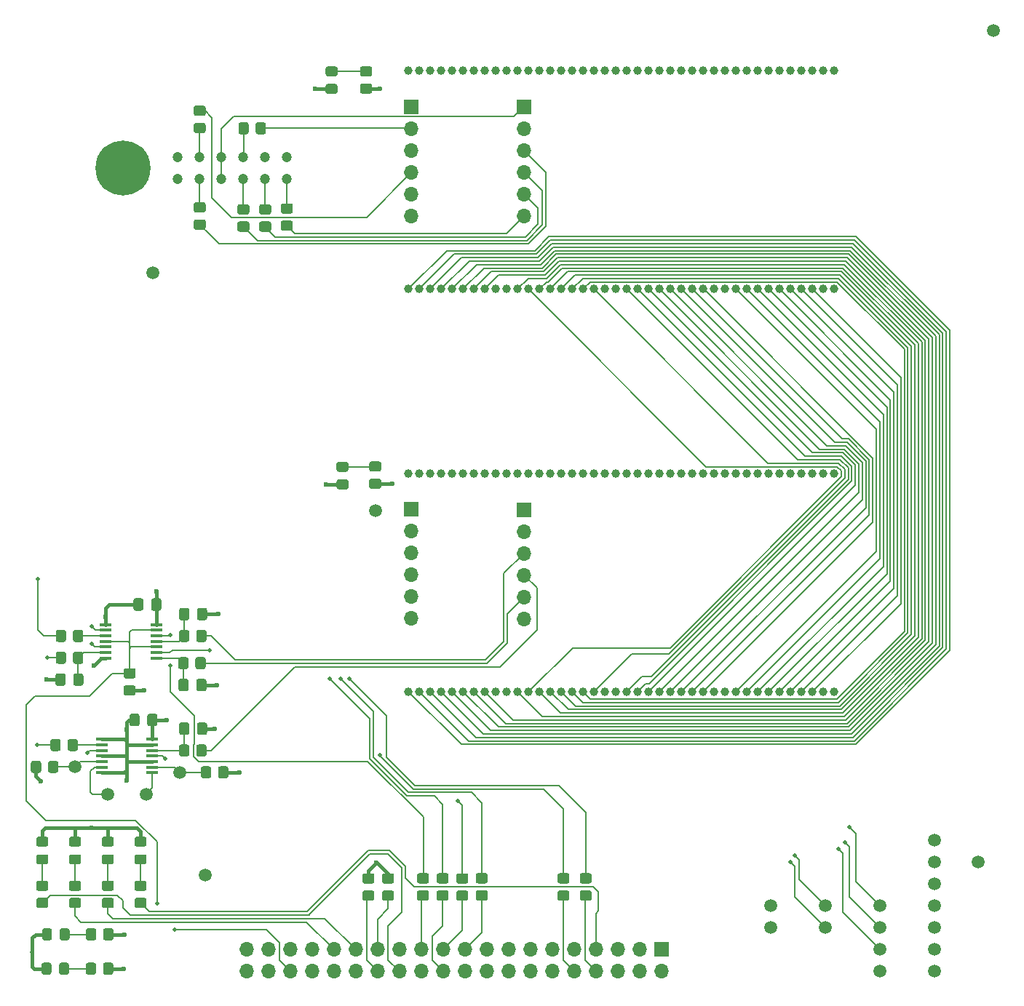
<source format=gtl>
G04 #@! TF.GenerationSoftware,KiCad,Pcbnew,(5.1.8)-1*
G04 #@! TF.CreationDate,2021-03-08T00:14:45+09:00*
G04 #@! TF.ProjectId,mifune_TE0890_remote_board,6d696675-6e65-45f5-9445-303839305f72,rev?*
G04 #@! TF.SameCoordinates,Original*
G04 #@! TF.FileFunction,Copper,L1,Top*
G04 #@! TF.FilePolarity,Positive*
%FSLAX46Y46*%
G04 Gerber Fmt 4.6, Leading zero omitted, Abs format (unit mm)*
G04 Created by KiCad (PCBNEW (5.1.8)-1) date 2021-03-08 00:14:45*
%MOMM*%
%LPD*%
G01*
G04 APERTURE LIST*
G04 #@! TA.AperFunction,SMDPad,CuDef*
%ADD10R,1.475000X0.450000*%
G04 #@! TD*
G04 #@! TA.AperFunction,ComponentPad*
%ADD11C,1.000000*%
G04 #@! TD*
G04 #@! TA.AperFunction,ComponentPad*
%ADD12R,1.700000X1.700000*%
G04 #@! TD*
G04 #@! TA.AperFunction,ComponentPad*
%ADD13O,1.700000X1.700000*%
G04 #@! TD*
G04 #@! TA.AperFunction,ComponentPad*
%ADD14C,1.500000*%
G04 #@! TD*
G04 #@! TA.AperFunction,ComponentPad*
%ADD15C,1.200000*%
G04 #@! TD*
G04 #@! TA.AperFunction,ComponentPad*
%ADD16C,6.400000*%
G04 #@! TD*
G04 #@! TA.AperFunction,ViaPad*
%ADD17C,0.600000*%
G04 #@! TD*
G04 #@! TA.AperFunction,ViaPad*
%ADD18C,0.500000*%
G04 #@! TD*
G04 #@! TA.AperFunction,Conductor*
%ADD19C,0.203200*%
G04 #@! TD*
G04 #@! TA.AperFunction,Conductor*
%ADD20C,0.406400*%
G04 #@! TD*
G04 APERTURE END LIST*
D10*
G04 #@! TO.P,IC1,14*
G04 #@! TO.N,+3.3VA*
X59605400Y-146640000D03*
G04 #@! TO.P,IC1,13*
G04 #@! TO.N,/PI_JTAG_OE*
X59605400Y-147290000D03*
G04 #@! TO.P,IC1,12*
G04 #@! TO.N,Net-(IC1-Pad12)*
X59605400Y-147940000D03*
G04 #@! TO.P,IC1,11*
G04 #@! TO.N,Net-(C4-Pad1)*
X59605400Y-148590000D03*
G04 #@! TO.P,IC1,10*
G04 #@! TO.N,/PI_JTAG_OE*
X59605400Y-149240000D03*
G04 #@! TO.P,IC1,9*
G04 #@! TO.N,Net-(IC1-Pad9)*
X59605400Y-149890000D03*
G04 #@! TO.P,IC1,8*
G04 #@! TO.N,Net-(C3-Pad1)*
X59605400Y-150540000D03*
G04 #@! TO.P,IC1,7*
G04 #@! TO.N,GND*
X53729400Y-150540000D03*
G04 #@! TO.P,IC1,6*
G04 #@! TO.N,Net-(C1-Pad1)*
X53729400Y-149890000D03*
G04 #@! TO.P,IC1,5*
G04 #@! TO.N,Net-(IC1-Pad5)*
X53729400Y-149240000D03*
G04 #@! TO.P,IC1,4*
G04 #@! TO.N,/PI_JTAG_OE*
X53729400Y-148590000D03*
G04 #@! TO.P,IC1,3*
G04 #@! TO.N,Net-(IC1-Pad3)*
X53729400Y-147940000D03*
G04 #@! TO.P,IC1,2*
G04 #@! TO.N,Net-(IC1-Pad2)*
X53729400Y-147290000D03*
G04 #@! TO.P,IC1,1*
G04 #@! TO.N,GND*
X53729400Y-146640000D03*
G04 #@! TD*
G04 #@! TO.P,R10,2*
G04 #@! TO.N,Net-(IC1-Pad12)*
G04 #@! TA.AperFunction,SMDPad,CuDef*
G36*
G01*
X91092401Y-176765000D02*
X90192399Y-176765000D01*
G75*
G02*
X89942400Y-176515001I0J249999D01*
G01*
X89942400Y-175814999D01*
G75*
G02*
X90192399Y-175565000I249999J0D01*
G01*
X91092401Y-175565000D01*
G75*
G02*
X91342400Y-175814999I0J-249999D01*
G01*
X91342400Y-176515001D01*
G75*
G02*
X91092401Y-176765000I-249999J0D01*
G01*
G37*
G04 #@! TD.AperFunction*
G04 #@! TO.P,R10,1*
G04 #@! TO.N,/PI_JTAG_TCK_SRC*
G04 #@! TA.AperFunction,SMDPad,CuDef*
G36*
G01*
X91092401Y-178765000D02*
X90192399Y-178765000D01*
G75*
G02*
X89942400Y-178515001I0J249999D01*
G01*
X89942400Y-177814999D01*
G75*
G02*
X90192399Y-177565000I249999J0D01*
G01*
X91092401Y-177565000D01*
G75*
G02*
X91342400Y-177814999I0J-249999D01*
G01*
X91342400Y-178515001D01*
G75*
G02*
X91092401Y-178765000I-249999J0D01*
G01*
G37*
G04 #@! TD.AperFunction*
G04 #@! TD*
D11*
G04 #@! TO.P,U6,80*
G04 #@! TO.N,PORT_H0*
X88953000Y-129057000D03*
G04 #@! TO.P,U6,1*
G04 #@! TO.N,PORT_A0*
X88953000Y-154457000D03*
G04 #@! TO.P,U6,79*
G04 #@! TO.N,PORT_H4*
X90223000Y-129057000D03*
G04 #@! TO.P,U6,2*
G04 #@! TO.N,PORT_A4*
X90223000Y-154457000D03*
G04 #@! TO.P,U6,78*
G04 #@! TO.N,PORT_H1*
X91493000Y-129057000D03*
G04 #@! TO.P,U6,3*
G04 #@! TO.N,PORT_A1*
X91493000Y-154457000D03*
G04 #@! TO.P,U6,77*
G04 #@! TO.N,PORT_H5*
X92763000Y-129057000D03*
G04 #@! TO.P,U6,4*
G04 #@! TO.N,PORT_A5*
X92763000Y-154457000D03*
G04 #@! TO.P,U6,76*
G04 #@! TO.N,PORT_H2*
X94033000Y-129057000D03*
G04 #@! TO.P,U6,5*
G04 #@! TO.N,PORT_A2*
X94033000Y-154457000D03*
G04 #@! TO.P,U6,75*
G04 #@! TO.N,PORT_H6*
X95303000Y-129057000D03*
G04 #@! TO.P,U6,6*
G04 #@! TO.N,PORT_A6*
X95303000Y-154457000D03*
G04 #@! TO.P,U6,74*
G04 #@! TO.N,PORT_H3*
X96573000Y-129057000D03*
G04 #@! TO.P,U6,7*
G04 #@! TO.N,PORT_A3*
X96573000Y-154457000D03*
G04 #@! TO.P,U6,73*
G04 #@! TO.N,PORT_H7*
X97843000Y-129057000D03*
G04 #@! TO.P,U6,8*
G04 #@! TO.N,PORT_A7*
X97843000Y-154457000D03*
G04 #@! TO.P,U6,72*
G04 #@! TO.N,GND*
X99113000Y-129057000D03*
G04 #@! TO.P,U6,9*
X99113000Y-154457000D03*
G04 #@! TO.P,U6,71*
X100383000Y-129057000D03*
G04 #@! TO.P,U6,10*
X100383000Y-154457000D03*
G04 #@! TO.P,U6,70*
G04 #@! TO.N,PORT_G0*
X101653000Y-129057000D03*
G04 #@! TO.P,U6,11*
G04 #@! TO.N,PORT_B0*
X101653000Y-154457000D03*
G04 #@! TO.P,U6,69*
G04 #@! TO.N,PORT_G4*
X102923000Y-129057000D03*
G04 #@! TO.P,U6,12*
G04 #@! TO.N,PORT_B4*
X102923000Y-154457000D03*
G04 #@! TO.P,U6,68*
G04 #@! TO.N,PORT_G1*
X104193000Y-129057000D03*
G04 #@! TO.P,U6,13*
G04 #@! TO.N,PORT_B1*
X104193000Y-154457000D03*
G04 #@! TO.P,U6,67*
G04 #@! TO.N,PORT_G5*
X105463000Y-129057000D03*
G04 #@! TO.P,U6,14*
G04 #@! TO.N,PORT_B5*
X105463000Y-154457000D03*
G04 #@! TO.P,U6,66*
G04 #@! TO.N,PORT_G2*
X106733000Y-129057000D03*
G04 #@! TO.P,U6,15*
G04 #@! TO.N,PORT_B2*
X106733000Y-154457000D03*
G04 #@! TO.P,U6,65*
G04 #@! TO.N,PORT_G6*
X108003000Y-129057000D03*
G04 #@! TO.P,U6,16*
G04 #@! TO.N,PORT_B6*
X108003000Y-154457000D03*
G04 #@! TO.P,U6,64*
G04 #@! TO.N,PORT_G3*
X109273000Y-129057000D03*
G04 #@! TO.P,U6,17*
G04 #@! TO.N,PORT_B3*
X109273000Y-154457000D03*
G04 #@! TO.P,U6,63*
G04 #@! TO.N,PORT_G7*
X110543000Y-129057000D03*
G04 #@! TO.P,U6,18*
G04 #@! TO.N,PORT_B7*
X110543000Y-154457000D03*
G04 #@! TO.P,U6,62*
G04 #@! TO.N,+3.3VA*
X111813000Y-129057000D03*
G04 #@! TO.P,U6,19*
X111813000Y-154457000D03*
G04 #@! TO.P,U6,61*
G04 #@! TO.N,GND*
X113083000Y-129057000D03*
G04 #@! TO.P,U6,20*
X113083000Y-154457000D03*
G04 #@! TO.P,U6,60*
G04 #@! TO.N,PORT_F0*
X114353000Y-129057000D03*
G04 #@! TO.P,U6,21*
G04 #@! TO.N,PORT_C0*
X114353000Y-154457000D03*
G04 #@! TO.P,U6,59*
G04 #@! TO.N,PORT_F4*
X115623000Y-129057000D03*
G04 #@! TO.P,U6,22*
G04 #@! TO.N,PORT_C4*
X115623000Y-154457000D03*
G04 #@! TO.P,U6,58*
G04 #@! TO.N,PORT_F1*
X116893000Y-129057000D03*
G04 #@! TO.P,U6,23*
G04 #@! TO.N,PORT_C1*
X116893000Y-154457000D03*
G04 #@! TO.P,U6,57*
G04 #@! TO.N,PORT_F5*
X118163000Y-129057000D03*
G04 #@! TO.P,U6,24*
G04 #@! TO.N,PORT_C5*
X118163000Y-154457000D03*
G04 #@! TO.P,U6,56*
G04 #@! TO.N,PORT_F2*
X119433000Y-129057000D03*
G04 #@! TO.P,U6,25*
G04 #@! TO.N,PORT_C2*
X119433000Y-154457000D03*
G04 #@! TO.P,U6,55*
G04 #@! TO.N,PORT_F6*
X120703000Y-129057000D03*
G04 #@! TO.P,U6,26*
G04 #@! TO.N,PORT_C6*
X120703000Y-154457000D03*
G04 #@! TO.P,U6,54*
G04 #@! TO.N,PORT_F3*
X121973000Y-129057000D03*
G04 #@! TO.P,U6,27*
G04 #@! TO.N,PORT_C3*
X121973000Y-154457000D03*
G04 #@! TO.P,U6,53*
G04 #@! TO.N,PORT_F7*
X123243000Y-129057000D03*
G04 #@! TO.P,U6,28*
G04 #@! TO.N,PORT_C7*
X123243000Y-154457000D03*
G04 #@! TO.P,U6,52*
G04 #@! TO.N,GND*
X124513000Y-129057000D03*
G04 #@! TO.P,U6,29*
X124513000Y-154457000D03*
G04 #@! TO.P,U6,51*
X125783000Y-129057000D03*
G04 #@! TO.P,U6,30*
X125783000Y-154457000D03*
G04 #@! TO.P,U6,50*
G04 #@! TO.N,PORT_E0*
X127053000Y-129057000D03*
G04 #@! TO.P,U6,31*
G04 #@! TO.N,PORT_D0*
X127053000Y-154457000D03*
G04 #@! TO.P,U6,49*
G04 #@! TO.N,PORT_E4*
X128323000Y-129057000D03*
G04 #@! TO.P,U6,32*
G04 #@! TO.N,PORT_D4*
X128323000Y-154457000D03*
G04 #@! TO.P,U6,48*
G04 #@! TO.N,PORT_E1*
X129593000Y-129057000D03*
G04 #@! TO.P,U6,33*
G04 #@! TO.N,PORT_D1*
X129593000Y-154457000D03*
G04 #@! TO.P,U6,47*
G04 #@! TO.N,PORT_E5*
X130863000Y-129057000D03*
G04 #@! TO.P,U6,34*
G04 #@! TO.N,PORT_D5*
X130863000Y-154457000D03*
G04 #@! TO.P,U6,46*
G04 #@! TO.N,PORT_E2*
X132133000Y-129057000D03*
G04 #@! TO.P,U6,35*
G04 #@! TO.N,PORT_D2*
X132133000Y-154457000D03*
G04 #@! TO.P,U6,45*
G04 #@! TO.N,PORT_E6*
X133403000Y-129057000D03*
G04 #@! TO.P,U6,36*
G04 #@! TO.N,PORT_D6*
X133403000Y-154457000D03*
G04 #@! TO.P,U6,44*
G04 #@! TO.N,PORT_E3*
X134673000Y-129057000D03*
G04 #@! TO.P,U6,37*
G04 #@! TO.N,PORT_D3*
X134673000Y-154457000D03*
G04 #@! TO.P,U6,43*
G04 #@! TO.N,PORT_E7*
X135943000Y-129057000D03*
G04 #@! TO.P,U6,38*
G04 #@! TO.N,PORT_D7*
X135943000Y-154457000D03*
G04 #@! TO.P,U6,42*
G04 #@! TO.N,+5V*
X137213000Y-129057000D03*
G04 #@! TO.P,U6,39*
X137213000Y-154457000D03*
G04 #@! TO.P,U6,41*
G04 #@! TO.N,GND*
X138483000Y-129057000D03*
G04 #@! TO.P,U6,40*
X138483000Y-154457000D03*
G04 #@! TD*
G04 #@! TO.P,U3,40*
G04 #@! TO.N,GND*
X138481000Y-107587800D03*
G04 #@! TO.P,U3,41*
X138481000Y-82187800D03*
G04 #@! TO.P,U3,39*
G04 #@! TO.N,+5V*
X137211000Y-107587800D03*
G04 #@! TO.P,U3,42*
X137211000Y-82187800D03*
G04 #@! TO.P,U3,38*
G04 #@! TO.N,PORT_D7*
X135941000Y-107587800D03*
G04 #@! TO.P,U3,43*
G04 #@! TO.N,PORT_E7*
X135941000Y-82187800D03*
G04 #@! TO.P,U3,37*
G04 #@! TO.N,PORT_D3*
X134671000Y-107587800D03*
G04 #@! TO.P,U3,44*
G04 #@! TO.N,PORT_E3*
X134671000Y-82187800D03*
G04 #@! TO.P,U3,36*
G04 #@! TO.N,PORT_D6*
X133401000Y-107587800D03*
G04 #@! TO.P,U3,45*
G04 #@! TO.N,PORT_E6*
X133401000Y-82187800D03*
G04 #@! TO.P,U3,35*
G04 #@! TO.N,PORT_D2*
X132131000Y-107587800D03*
G04 #@! TO.P,U3,46*
G04 #@! TO.N,PORT_E2*
X132131000Y-82187800D03*
G04 #@! TO.P,U3,34*
G04 #@! TO.N,PORT_D5*
X130861000Y-107587800D03*
G04 #@! TO.P,U3,47*
G04 #@! TO.N,PORT_E5*
X130861000Y-82187800D03*
G04 #@! TO.P,U3,33*
G04 #@! TO.N,PORT_D1*
X129591000Y-107587800D03*
G04 #@! TO.P,U3,48*
G04 #@! TO.N,PORT_E1*
X129591000Y-82187800D03*
G04 #@! TO.P,U3,32*
G04 #@! TO.N,PORT_D4*
X128321000Y-107587800D03*
G04 #@! TO.P,U3,49*
G04 #@! TO.N,PORT_E4*
X128321000Y-82187800D03*
G04 #@! TO.P,U3,31*
G04 #@! TO.N,PORT_D0*
X127051000Y-107587800D03*
G04 #@! TO.P,U3,50*
G04 #@! TO.N,PORT_E0*
X127051000Y-82187800D03*
G04 #@! TO.P,U3,30*
G04 #@! TO.N,GND*
X125781000Y-107587800D03*
G04 #@! TO.P,U3,51*
X125781000Y-82187800D03*
G04 #@! TO.P,U3,29*
X124511000Y-107587800D03*
G04 #@! TO.P,U3,52*
X124511000Y-82187800D03*
G04 #@! TO.P,U3,28*
G04 #@! TO.N,PORT_C7*
X123241000Y-107587800D03*
G04 #@! TO.P,U3,53*
G04 #@! TO.N,PORT_F7*
X123241000Y-82187800D03*
G04 #@! TO.P,U3,27*
G04 #@! TO.N,PORT_C3*
X121971000Y-107587800D03*
G04 #@! TO.P,U3,54*
G04 #@! TO.N,PORT_F3*
X121971000Y-82187800D03*
G04 #@! TO.P,U3,26*
G04 #@! TO.N,PORT_C6*
X120701000Y-107587800D03*
G04 #@! TO.P,U3,55*
G04 #@! TO.N,PORT_F6*
X120701000Y-82187800D03*
G04 #@! TO.P,U3,25*
G04 #@! TO.N,PORT_C2*
X119431000Y-107587800D03*
G04 #@! TO.P,U3,56*
G04 #@! TO.N,PORT_F2*
X119431000Y-82187800D03*
G04 #@! TO.P,U3,24*
G04 #@! TO.N,PORT_C5*
X118161000Y-107587800D03*
G04 #@! TO.P,U3,57*
G04 #@! TO.N,PORT_F5*
X118161000Y-82187800D03*
G04 #@! TO.P,U3,23*
G04 #@! TO.N,PORT_C1*
X116891000Y-107587800D03*
G04 #@! TO.P,U3,58*
G04 #@! TO.N,PORT_F1*
X116891000Y-82187800D03*
G04 #@! TO.P,U3,22*
G04 #@! TO.N,PORT_C4*
X115621000Y-107587800D03*
G04 #@! TO.P,U3,59*
G04 #@! TO.N,PORT_F4*
X115621000Y-82187800D03*
G04 #@! TO.P,U3,21*
G04 #@! TO.N,PORT_C0*
X114351000Y-107587800D03*
G04 #@! TO.P,U3,60*
G04 #@! TO.N,PORT_F0*
X114351000Y-82187800D03*
G04 #@! TO.P,U3,20*
G04 #@! TO.N,GND*
X113081000Y-107587800D03*
G04 #@! TO.P,U3,61*
X113081000Y-82187800D03*
G04 #@! TO.P,U3,19*
G04 #@! TO.N,+3.3VP*
X111811000Y-107587800D03*
G04 #@! TO.P,U3,62*
X111811000Y-82187800D03*
G04 #@! TO.P,U3,18*
G04 #@! TO.N,PORT_B7*
X110541000Y-107587800D03*
G04 #@! TO.P,U3,63*
G04 #@! TO.N,PORT_G7*
X110541000Y-82187800D03*
G04 #@! TO.P,U3,17*
G04 #@! TO.N,PORT_B3*
X109271000Y-107587800D03*
G04 #@! TO.P,U3,64*
G04 #@! TO.N,PORT_G3*
X109271000Y-82187800D03*
G04 #@! TO.P,U3,16*
G04 #@! TO.N,PORT_B6*
X108001000Y-107587800D03*
G04 #@! TO.P,U3,65*
G04 #@! TO.N,PORT_G6*
X108001000Y-82187800D03*
G04 #@! TO.P,U3,15*
G04 #@! TO.N,PORT_B2*
X106731000Y-107587800D03*
G04 #@! TO.P,U3,66*
G04 #@! TO.N,PORT_G2*
X106731000Y-82187800D03*
G04 #@! TO.P,U3,14*
G04 #@! TO.N,PORT_B5*
X105461000Y-107587800D03*
G04 #@! TO.P,U3,67*
G04 #@! TO.N,PORT_G5*
X105461000Y-82187800D03*
G04 #@! TO.P,U3,13*
G04 #@! TO.N,PORT_B1*
X104191000Y-107587800D03*
G04 #@! TO.P,U3,68*
G04 #@! TO.N,PORT_G1*
X104191000Y-82187800D03*
G04 #@! TO.P,U3,12*
G04 #@! TO.N,PORT_B4*
X102921000Y-107587800D03*
G04 #@! TO.P,U3,69*
G04 #@! TO.N,PORT_G4*
X102921000Y-82187800D03*
G04 #@! TO.P,U3,11*
G04 #@! TO.N,PORT_B0*
X101651000Y-107587800D03*
G04 #@! TO.P,U3,70*
G04 #@! TO.N,PORT_G0*
X101651000Y-82187800D03*
G04 #@! TO.P,U3,10*
G04 #@! TO.N,GND*
X100381000Y-107587800D03*
G04 #@! TO.P,U3,71*
X100381000Y-82187800D03*
G04 #@! TO.P,U3,9*
X99111000Y-107587800D03*
G04 #@! TO.P,U3,72*
X99111000Y-82187800D03*
G04 #@! TO.P,U3,8*
G04 #@! TO.N,PORT_A7*
X97841000Y-107587800D03*
G04 #@! TO.P,U3,73*
G04 #@! TO.N,PORT_H7*
X97841000Y-82187800D03*
G04 #@! TO.P,U3,7*
G04 #@! TO.N,PORT_A3*
X96571000Y-107587800D03*
G04 #@! TO.P,U3,74*
G04 #@! TO.N,PORT_H3*
X96571000Y-82187800D03*
G04 #@! TO.P,U3,6*
G04 #@! TO.N,PORT_A6*
X95301000Y-107587800D03*
G04 #@! TO.P,U3,75*
G04 #@! TO.N,PORT_H6*
X95301000Y-82187800D03*
G04 #@! TO.P,U3,5*
G04 #@! TO.N,PORT_A2*
X94031000Y-107587800D03*
G04 #@! TO.P,U3,76*
G04 #@! TO.N,PORT_H2*
X94031000Y-82187800D03*
G04 #@! TO.P,U3,4*
G04 #@! TO.N,PORT_A5*
X92761000Y-107587800D03*
G04 #@! TO.P,U3,77*
G04 #@! TO.N,PORT_H5*
X92761000Y-82187800D03*
G04 #@! TO.P,U3,3*
G04 #@! TO.N,PORT_A1*
X91491000Y-107587800D03*
G04 #@! TO.P,U3,78*
G04 #@! TO.N,PORT_H1*
X91491000Y-82187800D03*
G04 #@! TO.P,U3,2*
G04 #@! TO.N,PORT_A4*
X90221000Y-107587800D03*
G04 #@! TO.P,U3,79*
G04 #@! TO.N,PORT_H4*
X90221000Y-82187800D03*
G04 #@! TO.P,U3,1*
G04 #@! TO.N,PORT_A0*
X88951000Y-107587800D03*
G04 #@! TO.P,U3,80*
G04 #@! TO.N,PORT_H0*
X88951000Y-82187800D03*
G04 #@! TD*
G04 #@! TO.P,C1,1*
G04 #@! TO.N,Net-(C1-Pad1)*
G04 #@! TA.AperFunction,SMDPad,CuDef*
G36*
G01*
X51133500Y-152560000D02*
X51133500Y-153510000D01*
G75*
G02*
X50883500Y-153760000I-250000J0D01*
G01*
X50208500Y-153760000D01*
G75*
G02*
X49958500Y-153510000I0J250000D01*
G01*
X49958500Y-152560000D01*
G75*
G02*
X50208500Y-152310000I250000J0D01*
G01*
X50883500Y-152310000D01*
G75*
G02*
X51133500Y-152560000I0J-250000D01*
G01*
G37*
G04 #@! TD.AperFunction*
G04 #@! TO.P,C1,2*
G04 #@! TO.N,GND*
G04 #@! TA.AperFunction,SMDPad,CuDef*
G36*
G01*
X49058500Y-152560000D02*
X49058500Y-153510000D01*
G75*
G02*
X48808500Y-153760000I-250000J0D01*
G01*
X48133500Y-153760000D01*
G75*
G02*
X47883500Y-153510000I0J250000D01*
G01*
X47883500Y-152560000D01*
G75*
G02*
X48133500Y-152310000I250000J0D01*
G01*
X48808500Y-152310000D01*
G75*
G02*
X49058500Y-152560000I0J-250000D01*
G01*
G37*
G04 #@! TD.AperFunction*
G04 #@! TD*
G04 #@! TO.P,C2,1*
G04 #@! TO.N,Net-(C2-Pad1)*
G04 #@! TA.AperFunction,SMDPad,CuDef*
G36*
G01*
X62277500Y-159225000D02*
X62277500Y-158275000D01*
G75*
G02*
X62527500Y-158025000I250000J0D01*
G01*
X63202500Y-158025000D01*
G75*
G02*
X63452500Y-158275000I0J-250000D01*
G01*
X63452500Y-159225000D01*
G75*
G02*
X63202500Y-159475000I-250000J0D01*
G01*
X62527500Y-159475000D01*
G75*
G02*
X62277500Y-159225000I0J250000D01*
G01*
G37*
G04 #@! TD.AperFunction*
G04 #@! TO.P,C2,2*
G04 #@! TO.N,GND*
G04 #@! TA.AperFunction,SMDPad,CuDef*
G36*
G01*
X64352500Y-159225000D02*
X64352500Y-158275000D01*
G75*
G02*
X64602500Y-158025000I250000J0D01*
G01*
X65277500Y-158025000D01*
G75*
G02*
X65527500Y-158275000I0J-250000D01*
G01*
X65527500Y-159225000D01*
G75*
G02*
X65277500Y-159475000I-250000J0D01*
G01*
X64602500Y-159475000D01*
G75*
G02*
X64352500Y-159225000I0J250000D01*
G01*
G37*
G04 #@! TD.AperFunction*
G04 #@! TD*
G04 #@! TO.P,C3,2*
G04 #@! TO.N,GND*
G04 #@! TA.AperFunction,SMDPad,CuDef*
G36*
G01*
X64276300Y-154145000D02*
X64276300Y-153195000D01*
G75*
G02*
X64526300Y-152945000I250000J0D01*
G01*
X65201300Y-152945000D01*
G75*
G02*
X65451300Y-153195000I0J-250000D01*
G01*
X65451300Y-154145000D01*
G75*
G02*
X65201300Y-154395000I-250000J0D01*
G01*
X64526300Y-154395000D01*
G75*
G02*
X64276300Y-154145000I0J250000D01*
G01*
G37*
G04 #@! TD.AperFunction*
G04 #@! TO.P,C3,1*
G04 #@! TO.N,Net-(C3-Pad1)*
G04 #@! TA.AperFunction,SMDPad,CuDef*
G36*
G01*
X62201300Y-154145000D02*
X62201300Y-153195000D01*
G75*
G02*
X62451300Y-152945000I250000J0D01*
G01*
X63126300Y-152945000D01*
G75*
G02*
X63376300Y-153195000I0J-250000D01*
G01*
X63376300Y-154145000D01*
G75*
G02*
X63126300Y-154395000I-250000J0D01*
G01*
X62451300Y-154395000D01*
G75*
G02*
X62201300Y-154145000I0J250000D01*
G01*
G37*
G04 #@! TD.AperFunction*
G04 #@! TD*
G04 #@! TO.P,C4,2*
G04 #@! TO.N,GND*
G04 #@! TA.AperFunction,SMDPad,CuDef*
G36*
G01*
X64352500Y-145890000D02*
X64352500Y-144940000D01*
G75*
G02*
X64602500Y-144690000I250000J0D01*
G01*
X65277500Y-144690000D01*
G75*
G02*
X65527500Y-144940000I0J-250000D01*
G01*
X65527500Y-145890000D01*
G75*
G02*
X65277500Y-146140000I-250000J0D01*
G01*
X64602500Y-146140000D01*
G75*
G02*
X64352500Y-145890000I0J250000D01*
G01*
G37*
G04 #@! TD.AperFunction*
G04 #@! TO.P,C4,1*
G04 #@! TO.N,Net-(C4-Pad1)*
G04 #@! TA.AperFunction,SMDPad,CuDef*
G36*
G01*
X62277500Y-145890000D02*
X62277500Y-144940000D01*
G75*
G02*
X62527500Y-144690000I250000J0D01*
G01*
X63202500Y-144690000D01*
G75*
G02*
X63452500Y-144940000I0J-250000D01*
G01*
X63452500Y-145890000D01*
G75*
G02*
X63202500Y-146140000I-250000J0D01*
G01*
X62527500Y-146140000D01*
G75*
G02*
X62277500Y-145890000I0J250000D01*
G01*
G37*
G04 #@! TD.AperFunction*
G04 #@! TD*
G04 #@! TO.P,C5,1*
G04 #@! TO.N,+3.3VA*
G04 #@! TA.AperFunction,SMDPad,CuDef*
G36*
G01*
X60201300Y-143822000D02*
X60201300Y-144772000D01*
G75*
G02*
X59951300Y-145022000I-250000J0D01*
G01*
X59276300Y-145022000D01*
G75*
G02*
X59026300Y-144772000I0J250000D01*
G01*
X59026300Y-143822000D01*
G75*
G02*
X59276300Y-143572000I250000J0D01*
G01*
X59951300Y-143572000D01*
G75*
G02*
X60201300Y-143822000I0J-250000D01*
G01*
G37*
G04 #@! TD.AperFunction*
G04 #@! TO.P,C5,2*
G04 #@! TO.N,GND*
G04 #@! TA.AperFunction,SMDPad,CuDef*
G36*
G01*
X58126300Y-143822000D02*
X58126300Y-144772000D01*
G75*
G02*
X57876300Y-145022000I-250000J0D01*
G01*
X57201300Y-145022000D01*
G75*
G02*
X56951300Y-144772000I0J250000D01*
G01*
X56951300Y-143822000D01*
G75*
G02*
X57201300Y-143572000I250000J0D01*
G01*
X57876300Y-143572000D01*
G75*
G02*
X58126300Y-143822000I0J-250000D01*
G01*
G37*
G04 #@! TD.AperFunction*
G04 #@! TD*
G04 #@! TO.P,C6,2*
G04 #@! TO.N,GND*
G04 #@! TA.AperFunction,SMDPad,CuDef*
G36*
G01*
X57674000Y-157259000D02*
X57674000Y-158209000D01*
G75*
G02*
X57424000Y-158459000I-250000J0D01*
G01*
X56749000Y-158459000D01*
G75*
G02*
X56499000Y-158209000I0J250000D01*
G01*
X56499000Y-157259000D01*
G75*
G02*
X56749000Y-157009000I250000J0D01*
G01*
X57424000Y-157009000D01*
G75*
G02*
X57674000Y-157259000I0J-250000D01*
G01*
G37*
G04 #@! TD.AperFunction*
G04 #@! TO.P,C6,1*
G04 #@! TO.N,+3V3*
G04 #@! TA.AperFunction,SMDPad,CuDef*
G36*
G01*
X59749000Y-157259000D02*
X59749000Y-158209000D01*
G75*
G02*
X59499000Y-158459000I-250000J0D01*
G01*
X58824000Y-158459000D01*
G75*
G02*
X58574000Y-158209000I0J250000D01*
G01*
X58574000Y-157259000D01*
G75*
G02*
X58824000Y-157009000I250000J0D01*
G01*
X59499000Y-157009000D01*
G75*
G02*
X59749000Y-157259000I0J-250000D01*
G01*
G37*
G04 #@! TD.AperFunction*
G04 #@! TD*
G04 #@! TO.P,D1,2*
G04 #@! TO.N,Net-(D1-Pad2)*
G04 #@! TA.AperFunction,SMDPad,CuDef*
G36*
G01*
X57334999Y-173379000D02*
X58235001Y-173379000D01*
G75*
G02*
X58485000Y-173628999I0J-249999D01*
G01*
X58485000Y-174279001D01*
G75*
G02*
X58235001Y-174529000I-249999J0D01*
G01*
X57334999Y-174529000D01*
G75*
G02*
X57085000Y-174279001I0J249999D01*
G01*
X57085000Y-173628999D01*
G75*
G02*
X57334999Y-173379000I249999J0D01*
G01*
G37*
G04 #@! TD.AperFunction*
G04 #@! TO.P,D1,1*
G04 #@! TO.N,GND*
G04 #@! TA.AperFunction,SMDPad,CuDef*
G36*
G01*
X57334999Y-171329000D02*
X58235001Y-171329000D01*
G75*
G02*
X58485000Y-171578999I0J-249999D01*
G01*
X58485000Y-172229001D01*
G75*
G02*
X58235001Y-172479000I-249999J0D01*
G01*
X57334999Y-172479000D01*
G75*
G02*
X57085000Y-172229001I0J249999D01*
G01*
X57085000Y-171578999D01*
G75*
G02*
X57334999Y-171329000I249999J0D01*
G01*
G37*
G04 #@! TD.AperFunction*
G04 #@! TD*
G04 #@! TO.P,D2,1*
G04 #@! TO.N,GND*
G04 #@! TA.AperFunction,SMDPad,CuDef*
G36*
G01*
X53524999Y-171329000D02*
X54425001Y-171329000D01*
G75*
G02*
X54675000Y-171578999I0J-249999D01*
G01*
X54675000Y-172229001D01*
G75*
G02*
X54425001Y-172479000I-249999J0D01*
G01*
X53524999Y-172479000D01*
G75*
G02*
X53275000Y-172229001I0J249999D01*
G01*
X53275000Y-171578999D01*
G75*
G02*
X53524999Y-171329000I249999J0D01*
G01*
G37*
G04 #@! TD.AperFunction*
G04 #@! TO.P,D2,2*
G04 #@! TO.N,Net-(D2-Pad2)*
G04 #@! TA.AperFunction,SMDPad,CuDef*
G36*
G01*
X53524999Y-173379000D02*
X54425001Y-173379000D01*
G75*
G02*
X54675000Y-173628999I0J-249999D01*
G01*
X54675000Y-174279001D01*
G75*
G02*
X54425001Y-174529000I-249999J0D01*
G01*
X53524999Y-174529000D01*
G75*
G02*
X53275000Y-174279001I0J249999D01*
G01*
X53275000Y-173628999D01*
G75*
G02*
X53524999Y-173379000I249999J0D01*
G01*
G37*
G04 #@! TD.AperFunction*
G04 #@! TD*
G04 #@! TO.P,D3,2*
G04 #@! TO.N,Net-(D3-Pad2)*
G04 #@! TA.AperFunction,SMDPad,CuDef*
G36*
G01*
X49714999Y-173379000D02*
X50615001Y-173379000D01*
G75*
G02*
X50865000Y-173628999I0J-249999D01*
G01*
X50865000Y-174279001D01*
G75*
G02*
X50615001Y-174529000I-249999J0D01*
G01*
X49714999Y-174529000D01*
G75*
G02*
X49465000Y-174279001I0J249999D01*
G01*
X49465000Y-173628999D01*
G75*
G02*
X49714999Y-173379000I249999J0D01*
G01*
G37*
G04 #@! TD.AperFunction*
G04 #@! TO.P,D3,1*
G04 #@! TO.N,GND*
G04 #@! TA.AperFunction,SMDPad,CuDef*
G36*
G01*
X49714999Y-171329000D02*
X50615001Y-171329000D01*
G75*
G02*
X50865000Y-171578999I0J-249999D01*
G01*
X50865000Y-172229001D01*
G75*
G02*
X50615001Y-172479000I-249999J0D01*
G01*
X49714999Y-172479000D01*
G75*
G02*
X49465000Y-172229001I0J249999D01*
G01*
X49465000Y-171578999D01*
G75*
G02*
X49714999Y-171329000I249999J0D01*
G01*
G37*
G04 #@! TD.AperFunction*
G04 #@! TD*
G04 #@! TO.P,D4,1*
G04 #@! TO.N,GND*
G04 #@! TA.AperFunction,SMDPad,CuDef*
G36*
G01*
X45904999Y-171329000D02*
X46805001Y-171329000D01*
G75*
G02*
X47055000Y-171578999I0J-249999D01*
G01*
X47055000Y-172229001D01*
G75*
G02*
X46805001Y-172479000I-249999J0D01*
G01*
X45904999Y-172479000D01*
G75*
G02*
X45655000Y-172229001I0J249999D01*
G01*
X45655000Y-171578999D01*
G75*
G02*
X45904999Y-171329000I249999J0D01*
G01*
G37*
G04 #@! TD.AperFunction*
G04 #@! TO.P,D4,2*
G04 #@! TO.N,Net-(D4-Pad2)*
G04 #@! TA.AperFunction,SMDPad,CuDef*
G36*
G01*
X45904999Y-173379000D02*
X46805001Y-173379000D01*
G75*
G02*
X47055000Y-173628999I0J-249999D01*
G01*
X47055000Y-174279001D01*
G75*
G02*
X46805001Y-174529000I-249999J0D01*
G01*
X45904999Y-174529000D01*
G75*
G02*
X45655000Y-174279001I0J249999D01*
G01*
X45655000Y-173628999D01*
G75*
G02*
X45904999Y-173379000I249999J0D01*
G01*
G37*
G04 #@! TD.AperFunction*
G04 #@! TD*
D10*
G04 #@! TO.P,IC2,1*
G04 #@! TO.N,GND*
X53272200Y-159975000D03*
G04 #@! TO.P,IC2,2*
G04 #@! TO.N,Net-(IC2-Pad2)*
X53272200Y-160625000D03*
G04 #@! TO.P,IC2,3*
G04 #@! TO.N,Net-(IC2-Pad3)*
X53272200Y-161275000D03*
G04 #@! TO.P,IC2,4*
G04 #@! TO.N,GND*
X53272200Y-161925000D03*
G04 #@! TO.P,IC2,5*
G04 #@! TO.N,Net-(IC2-Pad5)*
X53272200Y-162575000D03*
G04 #@! TO.P,IC2,6*
G04 #@! TO.N,Net-(IC2-Pad6)*
X53272200Y-163225000D03*
G04 #@! TO.P,IC2,7*
G04 #@! TO.N,GND*
X53272200Y-163875000D03*
G04 #@! TO.P,IC2,8*
G04 #@! TO.N,Net-(IC2-Pad8)*
X59148200Y-163875000D03*
G04 #@! TO.P,IC2,9*
G04 #@! TO.N,Net-(IC2-Pad9)*
X59148200Y-163225000D03*
G04 #@! TO.P,IC2,10*
G04 #@! TO.N,GND*
X59148200Y-162575000D03*
G04 #@! TO.P,IC2,11*
G04 #@! TO.N,Net-(IC2-Pad11)*
X59148200Y-161925000D03*
G04 #@! TO.P,IC2,12*
G04 #@! TO.N,Net-(C2-Pad1)*
X59148200Y-161275000D03*
G04 #@! TO.P,IC2,13*
G04 #@! TO.N,GND*
X59148200Y-160625000D03*
G04 #@! TO.P,IC2,14*
G04 #@! TO.N,+3V3*
X59148200Y-159975000D03*
G04 #@! TD*
D12*
G04 #@! TO.P,J1,1*
G04 #@! TO.N,+3V3*
X118364000Y-184450000D03*
D13*
G04 #@! TO.P,J1,2*
G04 #@! TO.N,+5V*
X118364000Y-186990000D03*
G04 #@! TO.P,J1,3*
G04 #@! TO.N,/SDA*
X115824000Y-184450000D03*
G04 #@! TO.P,J1,4*
G04 #@! TO.N,+5V*
X115824000Y-186990000D03*
G04 #@! TO.P,J1,5*
G04 #@! TO.N,/SCL*
X113284000Y-184450000D03*
G04 #@! TO.P,J1,6*
G04 #@! TO.N,GND*
X113284000Y-186990000D03*
G04 #@! TO.P,J1,7*
G04 #@! TO.N,/GPIO4*
X110744000Y-184450000D03*
G04 #@! TO.P,J1,8*
G04 #@! TO.N,/PI_TXD_SRC*
X110744000Y-186990000D03*
G04 #@! TO.P,J1,9*
G04 #@! TO.N,GND*
X108204000Y-184450000D03*
G04 #@! TO.P,J1,10*
G04 #@! TO.N,/PI_RXD_DST*
X108204000Y-186990000D03*
G04 #@! TO.P,J1,11*
G04 #@! TO.N,/GPIO17*
X105664000Y-184450000D03*
G04 #@! TO.P,J1,12*
G04 #@! TO.N,/SPI_CE0*
X105664000Y-186990000D03*
G04 #@! TO.P,J1,13*
G04 #@! TO.N,/GPIO27*
X103124000Y-184450000D03*
G04 #@! TO.P,J1,14*
G04 #@! TO.N,GND*
X103124000Y-186990000D03*
G04 #@! TO.P,J1,15*
G04 #@! TO.N,/GPIO22*
X100584000Y-184450000D03*
G04 #@! TO.P,J1,16*
G04 #@! TO.N,/GPIO23*
X100584000Y-186990000D03*
G04 #@! TO.P,J1,17*
G04 #@! TO.N,+3V3*
X98044000Y-184450000D03*
G04 #@! TO.P,J1,18*
G04 #@! TO.N,/GPIO24*
X98044000Y-186990000D03*
G04 #@! TO.P,J1,19*
G04 #@! TO.N,/PI_JTAG_TDI_SRC*
X95504000Y-184450000D03*
G04 #@! TO.P,J1,20*
G04 #@! TO.N,GND*
X95504000Y-186990000D03*
G04 #@! TO.P,J1,21*
G04 #@! TO.N,/PI_JTAG_TDO_DST*
X92964000Y-184450000D03*
G04 #@! TO.P,J1,22*
G04 #@! TO.N,/PI_JTAG_TMS_SRC*
X92964000Y-186990000D03*
G04 #@! TO.P,J1,23*
G04 #@! TO.N,/PI_JTAG_TCK_SRC*
X90424000Y-184450000D03*
G04 #@! TO.P,J1,24*
G04 #@! TO.N,/GPIO8*
X90424000Y-186990000D03*
G04 #@! TO.P,J1,25*
G04 #@! TO.N,GND*
X87884000Y-184450000D03*
G04 #@! TO.P,J1,26*
G04 #@! TO.N,/GPIO7*
X87884000Y-186990000D03*
G04 #@! TO.P,J1,27*
G04 #@! TO.N,Net-(J1-Pad27)*
X85344000Y-184450000D03*
G04 #@! TO.P,J1,28*
G04 #@! TO.N,Net-(J1-Pad28)*
X85344000Y-186990000D03*
G04 #@! TO.P,J1,29*
G04 #@! TO.N,/GPIO5*
X82804000Y-184450000D03*
G04 #@! TO.P,J1,30*
G04 #@! TO.N,GND*
X82804000Y-186990000D03*
G04 #@! TO.P,J1,31*
G04 #@! TO.N,/GPIO6*
X80264000Y-184450000D03*
G04 #@! TO.P,J1,32*
G04 #@! TO.N,/PWM0*
X80264000Y-186990000D03*
G04 #@! TO.P,J1,33*
G04 #@! TO.N,/PWM1*
X77724000Y-184450000D03*
G04 #@! TO.P,J1,34*
G04 #@! TO.N,GND*
X77724000Y-186990000D03*
G04 #@! TO.P,J1,35*
G04 #@! TO.N,/SPI_MISO*
X75184000Y-184450000D03*
G04 #@! TO.P,J1,36*
G04 #@! TO.N,/PI_JTAG_OE*
X75184000Y-186990000D03*
G04 #@! TO.P,J1,37*
G04 #@! TO.N,/GPIO26*
X72644000Y-184450000D03*
G04 #@! TO.P,J1,38*
G04 #@! TO.N,/SPI_MOSI*
X72644000Y-186990000D03*
G04 #@! TO.P,J1,39*
G04 #@! TO.N,GND*
X70104000Y-184450000D03*
G04 #@! TO.P,J1,40*
G04 #@! TO.N,/SPI_SCLK*
X70104000Y-186990000D03*
G04 #@! TD*
D14*
G04 #@! TO.P,J2,1*
G04 #@! TO.N,/SDA*
X131064000Y-181864000D03*
G04 #@! TD*
G04 #@! TO.P,J3,1*
G04 #@! TO.N,/SCL*
X131064000Y-179324000D03*
G04 #@! TD*
G04 #@! TO.P,J4,1*
G04 #@! TO.N,/PWM0*
X137414000Y-181864000D03*
G04 #@! TD*
G04 #@! TO.P,J5,1*
G04 #@! TO.N,/PWM1*
X137414000Y-179324000D03*
G04 #@! TD*
G04 #@! TO.P,J6,1*
G04 #@! TO.N,/GPIO8*
X150114000Y-174244000D03*
G04 #@! TD*
G04 #@! TO.P,J7,1*
G04 #@! TO.N,/GPIO17*
X150114000Y-186944000D03*
G04 #@! TD*
G04 #@! TO.P,J8,1*
G04 #@! TO.N,/GPIO22*
X150114000Y-179324000D03*
G04 #@! TD*
G04 #@! TO.P,J9,1*
G04 #@! TO.N,/GPIO23*
X150114000Y-181864000D03*
G04 #@! TD*
G04 #@! TO.P,J10,1*
G04 #@! TO.N,/GPIO24*
X150114000Y-176784000D03*
G04 #@! TD*
G04 #@! TO.P,J11,1*
G04 #@! TO.N,/GPIO26*
X150114000Y-171704000D03*
G04 #@! TD*
G04 #@! TO.P,J12,1*
G04 #@! TO.N,/GPIO27*
X150139000Y-184404000D03*
G04 #@! TD*
G04 #@! TO.P,J13,1*
G04 #@! TO.N,/SPI_CE0*
X143764000Y-186944000D03*
G04 #@! TD*
G04 #@! TO.P,J14,1*
G04 #@! TO.N,/SPI_MISO*
X143764000Y-184404000D03*
G04 #@! TD*
G04 #@! TO.P,J15,1*
G04 #@! TO.N,/SPI_MOSI*
X143764000Y-181864000D03*
G04 #@! TD*
G04 #@! TO.P,J16,1*
G04 #@! TO.N,/SPI_SCLK*
X143764000Y-179324000D03*
G04 #@! TD*
G04 #@! TO.P,J17,1*
G04 #@! TO.N,Net-(IC2-Pad5)*
X50165000Y-163195000D03*
G04 #@! TD*
G04 #@! TO.P,J18,1*
G04 #@! TO.N,Net-(IC2-Pad6)*
X53975000Y-166370000D03*
G04 #@! TD*
G04 #@! TO.P,J19,1*
G04 #@! TO.N,Net-(IC2-Pad9)*
X62357000Y-163830000D03*
G04 #@! TD*
G04 #@! TO.P,J20,1*
G04 #@! TO.N,Net-(IC2-Pad8)*
X58420000Y-166370000D03*
G04 #@! TD*
G04 #@! TO.P,J21,1*
G04 #@! TO.N,Net-(J21-Pad1)*
X85090000Y-133350000D03*
G04 #@! TD*
G04 #@! TO.P,R1,1*
G04 #@! TO.N,Net-(IC1-Pad5)*
G04 #@! TA.AperFunction,SMDPad,CuDef*
G36*
G01*
X92478399Y-175565000D02*
X93378401Y-175565000D01*
G75*
G02*
X93628400Y-175814999I0J-249999D01*
G01*
X93628400Y-176515001D01*
G75*
G02*
X93378401Y-176765000I-249999J0D01*
G01*
X92478399Y-176765000D01*
G75*
G02*
X92228400Y-176515001I0J249999D01*
G01*
X92228400Y-175814999D01*
G75*
G02*
X92478399Y-175565000I249999J0D01*
G01*
G37*
G04 #@! TD.AperFunction*
G04 #@! TO.P,R1,2*
G04 #@! TO.N,/PI_JTAG_TMS_SRC*
G04 #@! TA.AperFunction,SMDPad,CuDef*
G36*
G01*
X92478399Y-177565000D02*
X93378401Y-177565000D01*
G75*
G02*
X93628400Y-177814999I0J-249999D01*
G01*
X93628400Y-178515001D01*
G75*
G02*
X93378401Y-178765000I-249999J0D01*
G01*
X92478399Y-178765000D01*
G75*
G02*
X92228400Y-178515001I0J249999D01*
G01*
X92228400Y-177814999D01*
G75*
G02*
X92478399Y-177565000I249999J0D01*
G01*
G37*
G04 #@! TD.AperFunction*
G04 #@! TD*
G04 #@! TO.P,R2,2*
G04 #@! TO.N,PI_JTAG_TMS*
G04 #@! TA.AperFunction,SMDPad,CuDef*
G36*
G01*
X49130000Y-150044999D02*
X49130000Y-150945001D01*
G75*
G02*
X48880001Y-151195000I-249999J0D01*
G01*
X48179999Y-151195000D01*
G75*
G02*
X47930000Y-150945001I0J249999D01*
G01*
X47930000Y-150044999D01*
G75*
G02*
X48179999Y-149795000I249999J0D01*
G01*
X48880001Y-149795000D01*
G75*
G02*
X49130000Y-150044999I0J-249999D01*
G01*
G37*
G04 #@! TD.AperFunction*
G04 #@! TO.P,R2,1*
G04 #@! TO.N,Net-(C1-Pad1)*
G04 #@! TA.AperFunction,SMDPad,CuDef*
G36*
G01*
X51130000Y-150044999D02*
X51130000Y-150945001D01*
G75*
G02*
X50880001Y-151195000I-249999J0D01*
G01*
X50179999Y-151195000D01*
G75*
G02*
X49930000Y-150945001I0J249999D01*
G01*
X49930000Y-150044999D01*
G75*
G02*
X50179999Y-149795000I249999J0D01*
G01*
X50880001Y-149795000D01*
G75*
G02*
X51130000Y-150044999I0J-249999D01*
G01*
G37*
G04 #@! TD.AperFunction*
G04 #@! TD*
G04 #@! TO.P,R3,1*
G04 #@! TO.N,/PI_JTAG_TDI_SRC*
G04 #@! TA.AperFunction,SMDPad,CuDef*
G36*
G01*
X97935201Y-178765000D02*
X97035199Y-178765000D01*
G75*
G02*
X96785200Y-178515001I0J249999D01*
G01*
X96785200Y-177814999D01*
G75*
G02*
X97035199Y-177565000I249999J0D01*
G01*
X97935201Y-177565000D01*
G75*
G02*
X98185200Y-177814999I0J-249999D01*
G01*
X98185200Y-178515001D01*
G75*
G02*
X97935201Y-178765000I-249999J0D01*
G01*
G37*
G04 #@! TD.AperFunction*
G04 #@! TO.P,R3,2*
G04 #@! TO.N,Net-(IC1-Pad9)*
G04 #@! TA.AperFunction,SMDPad,CuDef*
G36*
G01*
X97935201Y-176765000D02*
X97035199Y-176765000D01*
G75*
G02*
X96785200Y-176515001I0J249999D01*
G01*
X96785200Y-175814999D01*
G75*
G02*
X97035199Y-175565000I249999J0D01*
G01*
X97935201Y-175565000D01*
G75*
G02*
X98185200Y-175814999I0J-249999D01*
G01*
X98185200Y-176515001D01*
G75*
G02*
X97935201Y-176765000I-249999J0D01*
G01*
G37*
G04 #@! TD.AperFunction*
G04 #@! TD*
G04 #@! TO.P,R4,1*
G04 #@! TO.N,PI_JTAG_TDI*
G04 #@! TA.AperFunction,SMDPad,CuDef*
G36*
G01*
X65370000Y-150679999D02*
X65370000Y-151580001D01*
G75*
G02*
X65120001Y-151830000I-249999J0D01*
G01*
X64419999Y-151830000D01*
G75*
G02*
X64170000Y-151580001I0J249999D01*
G01*
X64170000Y-150679999D01*
G75*
G02*
X64419999Y-150430000I249999J0D01*
G01*
X65120001Y-150430000D01*
G75*
G02*
X65370000Y-150679999I0J-249999D01*
G01*
G37*
G04 #@! TD.AperFunction*
G04 #@! TO.P,R4,2*
G04 #@! TO.N,Net-(C3-Pad1)*
G04 #@! TA.AperFunction,SMDPad,CuDef*
G36*
G01*
X63370000Y-150679999D02*
X63370000Y-151580001D01*
G75*
G02*
X63120001Y-151830000I-249999J0D01*
G01*
X62419999Y-151830000D01*
G75*
G02*
X62170000Y-151580001I0J249999D01*
G01*
X62170000Y-150679999D01*
G75*
G02*
X62419999Y-150430000I249999J0D01*
G01*
X63120001Y-150430000D01*
G75*
G02*
X63370000Y-150679999I0J-249999D01*
G01*
G37*
G04 #@! TD.AperFunction*
G04 #@! TD*
G04 #@! TO.P,R5,2*
G04 #@! TO.N,Net-(C2-Pad1)*
G04 #@! TA.AperFunction,SMDPad,CuDef*
G36*
G01*
X63465000Y-160839999D02*
X63465000Y-161740001D01*
G75*
G02*
X63215001Y-161990000I-249999J0D01*
G01*
X62514999Y-161990000D01*
G75*
G02*
X62265000Y-161740001I0J249999D01*
G01*
X62265000Y-160839999D01*
G75*
G02*
X62514999Y-160590000I249999J0D01*
G01*
X63215001Y-160590000D01*
G75*
G02*
X63465000Y-160839999I0J-249999D01*
G01*
G37*
G04 #@! TD.AperFunction*
G04 #@! TO.P,R5,1*
G04 #@! TO.N,PI_JTAG_TDO*
G04 #@! TA.AperFunction,SMDPad,CuDef*
G36*
G01*
X65465000Y-160839999D02*
X65465000Y-161740001D01*
G75*
G02*
X65215001Y-161990000I-249999J0D01*
G01*
X64514999Y-161990000D01*
G75*
G02*
X64265000Y-161740001I0J249999D01*
G01*
X64265000Y-160839999D01*
G75*
G02*
X64514999Y-160590000I249999J0D01*
G01*
X65215001Y-160590000D01*
G75*
G02*
X65465000Y-160839999I0J-249999D01*
G01*
G37*
G04 #@! TD.AperFunction*
G04 #@! TD*
G04 #@! TO.P,R6,1*
G04 #@! TO.N,/PI_JTAG_TDO_DST*
G04 #@! TA.AperFunction,SMDPad,CuDef*
G36*
G01*
X95664401Y-178781000D02*
X94764399Y-178781000D01*
G75*
G02*
X94514400Y-178531001I0J249999D01*
G01*
X94514400Y-177830999D01*
G75*
G02*
X94764399Y-177581000I249999J0D01*
G01*
X95664401Y-177581000D01*
G75*
G02*
X95914400Y-177830999I0J-249999D01*
G01*
X95914400Y-178531001D01*
G75*
G02*
X95664401Y-178781000I-249999J0D01*
G01*
G37*
G04 #@! TD.AperFunction*
G04 #@! TO.P,R6,2*
G04 #@! TO.N,Net-(IC2-Pad11)*
G04 #@! TA.AperFunction,SMDPad,CuDef*
G36*
G01*
X95664401Y-176781000D02*
X94764399Y-176781000D01*
G75*
G02*
X94514400Y-176531001I0J249999D01*
G01*
X94514400Y-175830999D01*
G75*
G02*
X94764399Y-175581000I249999J0D01*
G01*
X95664401Y-175581000D01*
G75*
G02*
X95914400Y-175830999I0J-249999D01*
G01*
X95914400Y-176531001D01*
G75*
G02*
X95664401Y-176781000I-249999J0D01*
G01*
G37*
G04 #@! TD.AperFunction*
G04 #@! TD*
G04 #@! TO.P,R7,2*
G04 #@! TO.N,/PI_JTAG_OE*
G04 #@! TA.AperFunction,SMDPad,CuDef*
G36*
G01*
X56965001Y-152905000D02*
X56064999Y-152905000D01*
G75*
G02*
X55815000Y-152655001I0J249999D01*
G01*
X55815000Y-151954999D01*
G75*
G02*
X56064999Y-151705000I249999J0D01*
G01*
X56965001Y-151705000D01*
G75*
G02*
X57215000Y-151954999I0J-249999D01*
G01*
X57215000Y-152655001D01*
G75*
G02*
X56965001Y-152905000I-249999J0D01*
G01*
G37*
G04 #@! TD.AperFunction*
G04 #@! TO.P,R7,1*
G04 #@! TO.N,+3V3*
G04 #@! TA.AperFunction,SMDPad,CuDef*
G36*
G01*
X56965001Y-154905000D02*
X56064999Y-154905000D01*
G75*
G02*
X55815000Y-154655001I0J249999D01*
G01*
X55815000Y-153954999D01*
G75*
G02*
X56064999Y-153705000I249999J0D01*
G01*
X56965001Y-153705000D01*
G75*
G02*
X57215000Y-153954999I0J-249999D01*
G01*
X57215000Y-154655001D01*
G75*
G02*
X56965001Y-154905000I-249999J0D01*
G01*
G37*
G04 #@! TD.AperFunction*
G04 #@! TD*
G04 #@! TO.P,R8,2*
G04 #@! TO.N,PI_RXD*
G04 #@! TA.AperFunction,SMDPad,CuDef*
G36*
G01*
X48495000Y-160204999D02*
X48495000Y-161105001D01*
G75*
G02*
X48245001Y-161355000I-249999J0D01*
G01*
X47544999Y-161355000D01*
G75*
G02*
X47295000Y-161105001I0J249999D01*
G01*
X47295000Y-160204999D01*
G75*
G02*
X47544999Y-159955000I249999J0D01*
G01*
X48245001Y-159955000D01*
G75*
G02*
X48495000Y-160204999I0J-249999D01*
G01*
G37*
G04 #@! TD.AperFunction*
G04 #@! TO.P,R8,1*
G04 #@! TO.N,Net-(IC2-Pad2)*
G04 #@! TA.AperFunction,SMDPad,CuDef*
G36*
G01*
X50495000Y-160204999D02*
X50495000Y-161105001D01*
G75*
G02*
X50245001Y-161355000I-249999J0D01*
G01*
X49544999Y-161355000D01*
G75*
G02*
X49295000Y-161105001I0J249999D01*
G01*
X49295000Y-160204999D01*
G75*
G02*
X49544999Y-159955000I249999J0D01*
G01*
X50245001Y-159955000D01*
G75*
G02*
X50495000Y-160204999I0J-249999D01*
G01*
G37*
G04 #@! TD.AperFunction*
G04 #@! TD*
G04 #@! TO.P,R9,1*
G04 #@! TO.N,Net-(IC2-Pad3)*
G04 #@! TA.AperFunction,SMDPad,CuDef*
G36*
G01*
X106534999Y-175574000D02*
X107435001Y-175574000D01*
G75*
G02*
X107685000Y-175823999I0J-249999D01*
G01*
X107685000Y-176524001D01*
G75*
G02*
X107435001Y-176774000I-249999J0D01*
G01*
X106534999Y-176774000D01*
G75*
G02*
X106285000Y-176524001I0J249999D01*
G01*
X106285000Y-175823999D01*
G75*
G02*
X106534999Y-175574000I249999J0D01*
G01*
G37*
G04 #@! TD.AperFunction*
G04 #@! TO.P,R9,2*
G04 #@! TO.N,/PI_RXD_DST*
G04 #@! TA.AperFunction,SMDPad,CuDef*
G36*
G01*
X106534999Y-177574000D02*
X107435001Y-177574000D01*
G75*
G02*
X107685000Y-177823999I0J-249999D01*
G01*
X107685000Y-178524001D01*
G75*
G02*
X107435001Y-178774000I-249999J0D01*
G01*
X106534999Y-178774000D01*
G75*
G02*
X106285000Y-178524001I0J249999D01*
G01*
X106285000Y-177823999D01*
G75*
G02*
X106534999Y-177574000I249999J0D01*
G01*
G37*
G04 #@! TD.AperFunction*
G04 #@! TD*
G04 #@! TO.P,R11,1*
G04 #@! TO.N,PI_JTAG_TCK*
G04 #@! TA.AperFunction,SMDPad,CuDef*
G36*
G01*
X65465000Y-147504999D02*
X65465000Y-148405001D01*
G75*
G02*
X65215001Y-148655000I-249999J0D01*
G01*
X64514999Y-148655000D01*
G75*
G02*
X64265000Y-148405001I0J249999D01*
G01*
X64265000Y-147504999D01*
G75*
G02*
X64514999Y-147255000I249999J0D01*
G01*
X65215001Y-147255000D01*
G75*
G02*
X65465000Y-147504999I0J-249999D01*
G01*
G37*
G04 #@! TD.AperFunction*
G04 #@! TO.P,R11,2*
G04 #@! TO.N,Net-(C4-Pad1)*
G04 #@! TA.AperFunction,SMDPad,CuDef*
G36*
G01*
X63465000Y-147504999D02*
X63465000Y-148405001D01*
G75*
G02*
X63215001Y-148655000I-249999J0D01*
G01*
X62514999Y-148655000D01*
G75*
G02*
X62265000Y-148405001I0J249999D01*
G01*
X62265000Y-147504999D01*
G75*
G02*
X62514999Y-147255000I249999J0D01*
G01*
X63215001Y-147255000D01*
G75*
G02*
X63465000Y-147504999I0J-249999D01*
G01*
G37*
G04 #@! TD.AperFunction*
G04 #@! TD*
G04 #@! TO.P,R12,1*
G04 #@! TO.N,Net-(IC1-Pad2)*
G04 #@! TA.AperFunction,SMDPad,CuDef*
G36*
G01*
X109125999Y-175574000D02*
X110026001Y-175574000D01*
G75*
G02*
X110276000Y-175823999I0J-249999D01*
G01*
X110276000Y-176524001D01*
G75*
G02*
X110026001Y-176774000I-249999J0D01*
G01*
X109125999Y-176774000D01*
G75*
G02*
X108876000Y-176524001I0J249999D01*
G01*
X108876000Y-175823999D01*
G75*
G02*
X109125999Y-175574000I249999J0D01*
G01*
G37*
G04 #@! TD.AperFunction*
G04 #@! TO.P,R12,2*
G04 #@! TO.N,/PI_TXD_SRC*
G04 #@! TA.AperFunction,SMDPad,CuDef*
G36*
G01*
X109125999Y-177574000D02*
X110026001Y-177574000D01*
G75*
G02*
X110276000Y-177823999I0J-249999D01*
G01*
X110276000Y-178524001D01*
G75*
G02*
X110026001Y-178774000I-249999J0D01*
G01*
X109125999Y-178774000D01*
G75*
G02*
X108876000Y-178524001I0J249999D01*
G01*
X108876000Y-177823999D01*
G75*
G02*
X109125999Y-177574000I249999J0D01*
G01*
G37*
G04 #@! TD.AperFunction*
G04 #@! TD*
G04 #@! TO.P,R13,1*
G04 #@! TO.N,Net-(IC1-Pad3)*
G04 #@! TA.AperFunction,SMDPad,CuDef*
G36*
G01*
X51130000Y-147504999D02*
X51130000Y-148405001D01*
G75*
G02*
X50880001Y-148655000I-249999J0D01*
G01*
X50179999Y-148655000D01*
G75*
G02*
X49930000Y-148405001I0J249999D01*
G01*
X49930000Y-147504999D01*
G75*
G02*
X50179999Y-147255000I249999J0D01*
G01*
X50880001Y-147255000D01*
G75*
G02*
X51130000Y-147504999I0J-249999D01*
G01*
G37*
G04 #@! TD.AperFunction*
G04 #@! TO.P,R13,2*
G04 #@! TO.N,PI_TXD*
G04 #@! TA.AperFunction,SMDPad,CuDef*
G36*
G01*
X49130000Y-147504999D02*
X49130000Y-148405001D01*
G75*
G02*
X48880001Y-148655000I-249999J0D01*
G01*
X48179999Y-148655000D01*
G75*
G02*
X47930000Y-148405001I0J249999D01*
G01*
X47930000Y-147504999D01*
G75*
G02*
X48179999Y-147255000I249999J0D01*
G01*
X48880001Y-147255000D01*
G75*
G02*
X49130000Y-147504999I0J-249999D01*
G01*
G37*
G04 #@! TD.AperFunction*
G04 #@! TD*
G04 #@! TO.P,R14,2*
G04 #@! TO.N,Net-(R14-Pad2)*
G04 #@! TA.AperFunction,SMDPad,CuDef*
G36*
G01*
X64218399Y-99469400D02*
X65118401Y-99469400D01*
G75*
G02*
X65368400Y-99719399I0J-249999D01*
G01*
X65368400Y-100419401D01*
G75*
G02*
X65118401Y-100669400I-249999J0D01*
G01*
X64218399Y-100669400D01*
G75*
G02*
X63968400Y-100419401I0J249999D01*
G01*
X63968400Y-99719399D01*
G75*
G02*
X64218399Y-99469400I249999J0D01*
G01*
G37*
G04 #@! TD.AperFunction*
G04 #@! TO.P,R14,1*
G04 #@! TO.N,Net-(R14-Pad1)*
G04 #@! TA.AperFunction,SMDPad,CuDef*
G36*
G01*
X64218399Y-97469400D02*
X65118401Y-97469400D01*
G75*
G02*
X65368400Y-97719399I0J-249999D01*
G01*
X65368400Y-98419401D01*
G75*
G02*
X65118401Y-98669400I-249999J0D01*
G01*
X64218399Y-98669400D01*
G75*
G02*
X63968400Y-98419401I0J249999D01*
G01*
X63968400Y-97719399D01*
G75*
G02*
X64218399Y-97469400I249999J0D01*
G01*
G37*
G04 #@! TD.AperFunction*
G04 #@! TD*
G04 #@! TO.P,R15,2*
G04 #@! TO.N,Net-(R15-Pad2)*
G04 #@! TA.AperFunction,SMDPad,CuDef*
G36*
G01*
X69298399Y-99704600D02*
X70198401Y-99704600D01*
G75*
G02*
X70448400Y-99954599I0J-249999D01*
G01*
X70448400Y-100654601D01*
G75*
G02*
X70198401Y-100904600I-249999J0D01*
G01*
X69298399Y-100904600D01*
G75*
G02*
X69048400Y-100654601I0J249999D01*
G01*
X69048400Y-99954599D01*
G75*
G02*
X69298399Y-99704600I249999J0D01*
G01*
G37*
G04 #@! TD.AperFunction*
G04 #@! TO.P,R15,1*
G04 #@! TO.N,Net-(R15-Pad1)*
G04 #@! TA.AperFunction,SMDPad,CuDef*
G36*
G01*
X69298399Y-97704600D02*
X70198401Y-97704600D01*
G75*
G02*
X70448400Y-97954599I0J-249999D01*
G01*
X70448400Y-98654601D01*
G75*
G02*
X70198401Y-98904600I-249999J0D01*
G01*
X69298399Y-98904600D01*
G75*
G02*
X69048400Y-98654601I0J249999D01*
G01*
X69048400Y-97954599D01*
G75*
G02*
X69298399Y-97704600I249999J0D01*
G01*
G37*
G04 #@! TD.AperFunction*
G04 #@! TD*
G04 #@! TO.P,R16,1*
G04 #@! TO.N,Net-(R16-Pad1)*
G04 #@! TA.AperFunction,SMDPad,CuDef*
G36*
G01*
X71838399Y-97704600D02*
X72738401Y-97704600D01*
G75*
G02*
X72988400Y-97954599I0J-249999D01*
G01*
X72988400Y-98654601D01*
G75*
G02*
X72738401Y-98904600I-249999J0D01*
G01*
X71838399Y-98904600D01*
G75*
G02*
X71588400Y-98654601I0J249999D01*
G01*
X71588400Y-97954599D01*
G75*
G02*
X71838399Y-97704600I249999J0D01*
G01*
G37*
G04 #@! TD.AperFunction*
G04 #@! TO.P,R16,2*
G04 #@! TO.N,Net-(R16-Pad2)*
G04 #@! TA.AperFunction,SMDPad,CuDef*
G36*
G01*
X71838399Y-99704600D02*
X72738401Y-99704600D01*
G75*
G02*
X72988400Y-99954599I0J-249999D01*
G01*
X72988400Y-100654601D01*
G75*
G02*
X72738401Y-100904600I-249999J0D01*
G01*
X71838399Y-100904600D01*
G75*
G02*
X71588400Y-100654601I0J249999D01*
G01*
X71588400Y-99954599D01*
G75*
G02*
X71838399Y-99704600I249999J0D01*
G01*
G37*
G04 #@! TD.AperFunction*
G04 #@! TD*
G04 #@! TO.P,R17,2*
G04 #@! TO.N,Net-(R17-Pad2)*
G04 #@! TA.AperFunction,SMDPad,CuDef*
G36*
G01*
X74352999Y-99603000D02*
X75253001Y-99603000D01*
G75*
G02*
X75503000Y-99852999I0J-249999D01*
G01*
X75503000Y-100553001D01*
G75*
G02*
X75253001Y-100803000I-249999J0D01*
G01*
X74352999Y-100803000D01*
G75*
G02*
X74103000Y-100553001I0J249999D01*
G01*
X74103000Y-99852999D01*
G75*
G02*
X74352999Y-99603000I249999J0D01*
G01*
G37*
G04 #@! TD.AperFunction*
G04 #@! TO.P,R17,1*
G04 #@! TO.N,Net-(R17-Pad1)*
G04 #@! TA.AperFunction,SMDPad,CuDef*
G36*
G01*
X74352999Y-97603000D02*
X75253001Y-97603000D01*
G75*
G02*
X75503000Y-97852999I0J-249999D01*
G01*
X75503000Y-98553001D01*
G75*
G02*
X75253001Y-98803000I-249999J0D01*
G01*
X74352999Y-98803000D01*
G75*
G02*
X74103000Y-98553001I0J249999D01*
G01*
X74103000Y-97852999D01*
G75*
G02*
X74352999Y-97603000I249999J0D01*
G01*
G37*
G04 #@! TD.AperFunction*
G04 #@! TD*
G04 #@! TO.P,R18,1*
G04 #@! TO.N,Net-(R18-Pad1)*
G04 #@! TA.AperFunction,SMDPad,CuDef*
G36*
G01*
X72373800Y-88424599D02*
X72373800Y-89324601D01*
G75*
G02*
X72123801Y-89574600I-249999J0D01*
G01*
X71423799Y-89574600D01*
G75*
G02*
X71173800Y-89324601I0J249999D01*
G01*
X71173800Y-88424599D01*
G75*
G02*
X71423799Y-88174600I249999J0D01*
G01*
X72123801Y-88174600D01*
G75*
G02*
X72373800Y-88424599I0J-249999D01*
G01*
G37*
G04 #@! TD.AperFunction*
G04 #@! TO.P,R18,2*
G04 #@! TO.N,Net-(R18-Pad2)*
G04 #@! TA.AperFunction,SMDPad,CuDef*
G36*
G01*
X70373800Y-88424599D02*
X70373800Y-89324601D01*
G75*
G02*
X70123801Y-89574600I-249999J0D01*
G01*
X69423799Y-89574600D01*
G75*
G02*
X69173800Y-89324601I0J249999D01*
G01*
X69173800Y-88424599D01*
G75*
G02*
X69423799Y-88174600I249999J0D01*
G01*
X70123801Y-88174600D01*
G75*
G02*
X70373800Y-88424599I0J-249999D01*
G01*
G37*
G04 #@! TD.AperFunction*
G04 #@! TD*
G04 #@! TO.P,R19,2*
G04 #@! TO.N,Net-(R19-Pad2)*
G04 #@! TA.AperFunction,SMDPad,CuDef*
G36*
G01*
X64218399Y-88233200D02*
X65118401Y-88233200D01*
G75*
G02*
X65368400Y-88483199I0J-249999D01*
G01*
X65368400Y-89183201D01*
G75*
G02*
X65118401Y-89433200I-249999J0D01*
G01*
X64218399Y-89433200D01*
G75*
G02*
X63968400Y-89183201I0J249999D01*
G01*
X63968400Y-88483199D01*
G75*
G02*
X64218399Y-88233200I249999J0D01*
G01*
G37*
G04 #@! TD.AperFunction*
G04 #@! TO.P,R19,1*
G04 #@! TO.N,Net-(R19-Pad1)*
G04 #@! TA.AperFunction,SMDPad,CuDef*
G36*
G01*
X64218399Y-86233200D02*
X65118401Y-86233200D01*
G75*
G02*
X65368400Y-86483199I0J-249999D01*
G01*
X65368400Y-87183201D01*
G75*
G02*
X65118401Y-87433200I-249999J0D01*
G01*
X64218399Y-87433200D01*
G75*
G02*
X63968400Y-87183201I0J249999D01*
G01*
X63968400Y-86483199D01*
G75*
G02*
X64218399Y-86233200I249999J0D01*
G01*
G37*
G04 #@! TD.AperFunction*
G04 #@! TD*
G04 #@! TO.P,R20,2*
G04 #@! TO.N,Net-(D1-Pad2)*
G04 #@! TA.AperFunction,SMDPad,CuDef*
G36*
G01*
X58235001Y-177634000D02*
X57334999Y-177634000D01*
G75*
G02*
X57085000Y-177384001I0J249999D01*
G01*
X57085000Y-176683999D01*
G75*
G02*
X57334999Y-176434000I249999J0D01*
G01*
X58235001Y-176434000D01*
G75*
G02*
X58485000Y-176683999I0J-249999D01*
G01*
X58485000Y-177384001D01*
G75*
G02*
X58235001Y-177634000I-249999J0D01*
G01*
G37*
G04 #@! TD.AperFunction*
G04 #@! TO.P,R20,1*
G04 #@! TO.N,/GPIO4*
G04 #@! TA.AperFunction,SMDPad,CuDef*
G36*
G01*
X58235001Y-179634000D02*
X57334999Y-179634000D01*
G75*
G02*
X57085000Y-179384001I0J249999D01*
G01*
X57085000Y-178683999D01*
G75*
G02*
X57334999Y-178434000I249999J0D01*
G01*
X58235001Y-178434000D01*
G75*
G02*
X58485000Y-178683999I0J-249999D01*
G01*
X58485000Y-179384001D01*
G75*
G02*
X58235001Y-179634000I-249999J0D01*
G01*
G37*
G04 #@! TD.AperFunction*
G04 #@! TD*
G04 #@! TO.P,R21,1*
G04 #@! TO.N,/GPIO5*
G04 #@! TA.AperFunction,SMDPad,CuDef*
G36*
G01*
X54435001Y-179634000D02*
X53534999Y-179634000D01*
G75*
G02*
X53285000Y-179384001I0J249999D01*
G01*
X53285000Y-178683999D01*
G75*
G02*
X53534999Y-178434000I249999J0D01*
G01*
X54435001Y-178434000D01*
G75*
G02*
X54685000Y-178683999I0J-249999D01*
G01*
X54685000Y-179384001D01*
G75*
G02*
X54435001Y-179634000I-249999J0D01*
G01*
G37*
G04 #@! TD.AperFunction*
G04 #@! TO.P,R21,2*
G04 #@! TO.N,Net-(D2-Pad2)*
G04 #@! TA.AperFunction,SMDPad,CuDef*
G36*
G01*
X54435001Y-177634000D02*
X53534999Y-177634000D01*
G75*
G02*
X53285000Y-177384001I0J249999D01*
G01*
X53285000Y-176683999D01*
G75*
G02*
X53534999Y-176434000I249999J0D01*
G01*
X54435001Y-176434000D01*
G75*
G02*
X54685000Y-176683999I0J-249999D01*
G01*
X54685000Y-177384001D01*
G75*
G02*
X54435001Y-177634000I-249999J0D01*
G01*
G37*
G04 #@! TD.AperFunction*
G04 #@! TD*
G04 #@! TO.P,R22,2*
G04 #@! TO.N,Net-(D3-Pad2)*
G04 #@! TA.AperFunction,SMDPad,CuDef*
G36*
G01*
X50615001Y-177634000D02*
X49714999Y-177634000D01*
G75*
G02*
X49465000Y-177384001I0J249999D01*
G01*
X49465000Y-176683999D01*
G75*
G02*
X49714999Y-176434000I249999J0D01*
G01*
X50615001Y-176434000D01*
G75*
G02*
X50865000Y-176683999I0J-249999D01*
G01*
X50865000Y-177384001D01*
G75*
G02*
X50615001Y-177634000I-249999J0D01*
G01*
G37*
G04 #@! TD.AperFunction*
G04 #@! TO.P,R22,1*
G04 #@! TO.N,/GPIO6*
G04 #@! TA.AperFunction,SMDPad,CuDef*
G36*
G01*
X50615001Y-179634000D02*
X49714999Y-179634000D01*
G75*
G02*
X49465000Y-179384001I0J249999D01*
G01*
X49465000Y-178683999D01*
G75*
G02*
X49714999Y-178434000I249999J0D01*
G01*
X50615001Y-178434000D01*
G75*
G02*
X50865000Y-178683999I0J-249999D01*
G01*
X50865000Y-179384001D01*
G75*
G02*
X50615001Y-179634000I-249999J0D01*
G01*
G37*
G04 #@! TD.AperFunction*
G04 #@! TD*
G04 #@! TO.P,R23,1*
G04 #@! TO.N,/GPIO7*
G04 #@! TA.AperFunction,SMDPad,CuDef*
G36*
G01*
X46805001Y-179634000D02*
X45904999Y-179634000D01*
G75*
G02*
X45655000Y-179384001I0J249999D01*
G01*
X45655000Y-178683999D01*
G75*
G02*
X45904999Y-178434000I249999J0D01*
G01*
X46805001Y-178434000D01*
G75*
G02*
X47055000Y-178683999I0J-249999D01*
G01*
X47055000Y-179384001D01*
G75*
G02*
X46805001Y-179634000I-249999J0D01*
G01*
G37*
G04 #@! TD.AperFunction*
G04 #@! TO.P,R23,2*
G04 #@! TO.N,Net-(D4-Pad2)*
G04 #@! TA.AperFunction,SMDPad,CuDef*
G36*
G01*
X46805001Y-177634000D02*
X45904999Y-177634000D01*
G75*
G02*
X45655000Y-177384001I0J249999D01*
G01*
X45655000Y-176683999D01*
G75*
G02*
X45904999Y-176434000I249999J0D01*
G01*
X46805001Y-176434000D01*
G75*
G02*
X47055000Y-176683999I0J-249999D01*
G01*
X47055000Y-177384001D01*
G75*
G02*
X46805001Y-177634000I-249999J0D01*
G01*
G37*
G04 #@! TD.AperFunction*
G04 #@! TD*
G04 #@! TO.P,R24,2*
G04 #@! TO.N,Net-(J1-Pad27)*
G04 #@! TA.AperFunction,SMDPad,CuDef*
G36*
G01*
X86128399Y-177581000D02*
X87028401Y-177581000D01*
G75*
G02*
X87278400Y-177830999I0J-249999D01*
G01*
X87278400Y-178531001D01*
G75*
G02*
X87028401Y-178781000I-249999J0D01*
G01*
X86128399Y-178781000D01*
G75*
G02*
X85878400Y-178531001I0J249999D01*
G01*
X85878400Y-177830999D01*
G75*
G02*
X86128399Y-177581000I249999J0D01*
G01*
G37*
G04 #@! TD.AperFunction*
G04 #@! TO.P,R24,1*
G04 #@! TO.N,+3V3*
G04 #@! TA.AperFunction,SMDPad,CuDef*
G36*
G01*
X86128399Y-175581000D02*
X87028401Y-175581000D01*
G75*
G02*
X87278400Y-175830999I0J-249999D01*
G01*
X87278400Y-176531001D01*
G75*
G02*
X87028401Y-176781000I-249999J0D01*
G01*
X86128399Y-176781000D01*
G75*
G02*
X85878400Y-176531001I0J249999D01*
G01*
X85878400Y-175830999D01*
G75*
G02*
X86128399Y-175581000I249999J0D01*
G01*
G37*
G04 #@! TD.AperFunction*
G04 #@! TD*
G04 #@! TO.P,R25,1*
G04 #@! TO.N,+3V3*
G04 #@! TA.AperFunction,SMDPad,CuDef*
G36*
G01*
X83842399Y-175581000D02*
X84742401Y-175581000D01*
G75*
G02*
X84992400Y-175830999I0J-249999D01*
G01*
X84992400Y-176531001D01*
G75*
G02*
X84742401Y-176781000I-249999J0D01*
G01*
X83842399Y-176781000D01*
G75*
G02*
X83592400Y-176531001I0J249999D01*
G01*
X83592400Y-175830999D01*
G75*
G02*
X83842399Y-175581000I249999J0D01*
G01*
G37*
G04 #@! TD.AperFunction*
G04 #@! TO.P,R25,2*
G04 #@! TO.N,Net-(J1-Pad28)*
G04 #@! TA.AperFunction,SMDPad,CuDef*
G36*
G01*
X83842399Y-177581000D02*
X84742401Y-177581000D01*
G75*
G02*
X84992400Y-177830999I0J-249999D01*
G01*
X84992400Y-178531001D01*
G75*
G02*
X84742401Y-178781000I-249999J0D01*
G01*
X83842399Y-178781000D01*
G75*
G02*
X83592400Y-178531001I0J249999D01*
G01*
X83592400Y-177830999D01*
G75*
G02*
X83842399Y-177581000I249999J0D01*
G01*
G37*
G04 #@! TD.AperFunction*
G04 #@! TD*
G04 #@! TO.P,R26,2*
G04 #@! TO.N,+3V3*
G04 #@! TA.AperFunction,SMDPad,CuDef*
G36*
G01*
X46225000Y-162744999D02*
X46225000Y-163645001D01*
G75*
G02*
X45975001Y-163895000I-249999J0D01*
G01*
X45274999Y-163895000D01*
G75*
G02*
X45025000Y-163645001I0J249999D01*
G01*
X45025000Y-162744999D01*
G75*
G02*
X45274999Y-162495000I249999J0D01*
G01*
X45975001Y-162495000D01*
G75*
G02*
X46225000Y-162744999I0J-249999D01*
G01*
G37*
G04 #@! TD.AperFunction*
G04 #@! TO.P,R26,1*
G04 #@! TO.N,Net-(IC2-Pad5)*
G04 #@! TA.AperFunction,SMDPad,CuDef*
G36*
G01*
X48225000Y-162744999D02*
X48225000Y-163645001D01*
G75*
G02*
X47975001Y-163895000I-249999J0D01*
G01*
X47274999Y-163895000D01*
G75*
G02*
X47025000Y-163645001I0J249999D01*
G01*
X47025000Y-162744999D01*
G75*
G02*
X47274999Y-162495000I249999J0D01*
G01*
X47975001Y-162495000D01*
G75*
G02*
X48225000Y-162744999I0J-249999D01*
G01*
G37*
G04 #@! TD.AperFunction*
G04 #@! TD*
G04 #@! TO.P,R27,1*
G04 #@! TO.N,+3V3*
G04 #@! TA.AperFunction,SMDPad,CuDef*
G36*
G01*
X68005000Y-163379999D02*
X68005000Y-164280001D01*
G75*
G02*
X67755001Y-164530000I-249999J0D01*
G01*
X67054999Y-164530000D01*
G75*
G02*
X66805000Y-164280001I0J249999D01*
G01*
X66805000Y-163379999D01*
G75*
G02*
X67054999Y-163130000I249999J0D01*
G01*
X67755001Y-163130000D01*
G75*
G02*
X68005000Y-163379999I0J-249999D01*
G01*
G37*
G04 #@! TD.AperFunction*
G04 #@! TO.P,R27,2*
G04 #@! TO.N,Net-(IC2-Pad9)*
G04 #@! TA.AperFunction,SMDPad,CuDef*
G36*
G01*
X66005000Y-163379999D02*
X66005000Y-164280001D01*
G75*
G02*
X65755001Y-164530000I-249999J0D01*
G01*
X65054999Y-164530000D01*
G75*
G02*
X64805000Y-164280001I0J249999D01*
G01*
X64805000Y-163379999D01*
G75*
G02*
X65054999Y-163130000I249999J0D01*
G01*
X65755001Y-163130000D01*
G75*
G02*
X66005000Y-163379999I0J-249999D01*
G01*
G37*
G04 #@! TD.AperFunction*
G04 #@! TD*
D12*
G04 #@! TO.P,U1,1*
G04 #@! TO.N,Net-(U1-Pad1)*
X102390000Y-86366100D03*
D13*
G04 #@! TO.P,U1,2*
G04 #@! TO.N,GND*
X102390000Y-88906100D03*
G04 #@! TO.P,U1,3*
G04 #@! TO.N,Net-(R14-Pad2)*
X102390000Y-91446100D03*
G04 #@! TO.P,U1,4*
G04 #@! TO.N,Net-(R15-Pad2)*
X102390000Y-93986100D03*
G04 #@! TO.P,U1,5*
G04 #@! TO.N,Net-(R16-Pad2)*
X102390000Y-96526100D03*
G04 #@! TO.P,U1,6*
G04 #@! TO.N,Net-(R17-Pad2)*
X102390000Y-99066100D03*
G04 #@! TD*
D15*
G04 #@! TO.P,U2,6*
G04 #@! TO.N,Net-(U1-Pad1)*
X67208400Y-94767400D03*
G04 #@! TO.P,U2,7*
G04 #@! TO.N,Net-(R18-Pad2)*
X69748400Y-92227400D03*
G04 #@! TO.P,U2,5*
G04 #@! TO.N,Net-(U1-Pad1)*
X67208400Y-92227400D03*
G04 #@! TO.P,U2,8*
G04 #@! TO.N,Net-(R15-Pad1)*
X69748400Y-94767400D03*
G04 #@! TO.P,U2,4*
G04 #@! TO.N,Net-(R14-Pad1)*
X64668400Y-94767400D03*
G04 #@! TO.P,U2,9*
G04 #@! TO.N,Net-(U2-Pad9)*
X72288400Y-92227400D03*
G04 #@! TO.P,U2,3*
G04 #@! TO.N,Net-(R19-Pad2)*
X64668400Y-92227400D03*
G04 #@! TO.P,U2,10*
G04 #@! TO.N,Net-(R16-Pad1)*
X72288400Y-94767400D03*
G04 #@! TO.P,U2,2*
G04 #@! TO.N,GND*
X62128400Y-94767400D03*
G04 #@! TO.P,U2,11*
G04 #@! TO.N,Net-(U2-Pad11)*
X74828400Y-92227400D03*
G04 #@! TO.P,U2,1*
G04 #@! TO.N,GND*
X62128400Y-92227400D03*
G04 #@! TO.P,U2,12*
G04 #@! TO.N,Net-(R17-Pad1)*
X74828400Y-94767400D03*
D16*
G04 #@! TO.P,U2,GND*
G04 #@! TO.N,GND*
X55778400Y-93497400D03*
G04 #@! TD*
D13*
G04 #@! TO.P,U4,6*
G04 #@! TO.N,PI_RXD*
X89291200Y-99066100D03*
G04 #@! TO.P,U4,5*
G04 #@! TO.N,PI_TXD*
X89291200Y-96526100D03*
G04 #@! TO.P,U4,4*
G04 #@! TO.N,Net-(R19-Pad1)*
X89291200Y-93986100D03*
G04 #@! TO.P,U4,3*
G04 #@! TO.N,+5V*
X89291200Y-91446100D03*
G04 #@! TO.P,U4,2*
G04 #@! TO.N,Net-(R18-Pad1)*
X89291200Y-88906100D03*
D12*
G04 #@! TO.P,U4,1*
G04 #@! TO.N,GND*
X89291200Y-86366100D03*
G04 #@! TD*
G04 #@! TO.P,U5,1*
G04 #@! TO.N,+3.3VA*
X102390000Y-133246000D03*
D13*
G04 #@! TO.P,U5,2*
G04 #@! TO.N,GND*
X102390000Y-135786000D03*
G04 #@! TO.P,U5,3*
G04 #@! TO.N,PI_JTAG_TCK*
X102390000Y-138326000D03*
G04 #@! TO.P,U5,4*
G04 #@! TO.N,PI_JTAG_TDO*
X102390000Y-140866000D03*
G04 #@! TO.P,U5,5*
G04 #@! TO.N,PI_JTAG_TDI*
X102390000Y-143406000D03*
G04 #@! TO.P,U5,6*
G04 #@! TO.N,PI_JTAG_TMS*
X102390000Y-145946000D03*
G04 #@! TD*
G04 #@! TO.P,U7,6*
G04 #@! TO.N,Net-(J21-Pad6)*
X89298800Y-145941000D03*
G04 #@! TO.P,U7,5*
G04 #@! TO.N,Net-(J21-Pad5)*
X89298800Y-143401000D03*
G04 #@! TO.P,U7,4*
G04 #@! TO.N,Net-(J21-Pad4)*
X89298800Y-140861000D03*
G04 #@! TO.P,U7,3*
G04 #@! TO.N,Net-(J21-Pad3)*
X89298800Y-138321000D03*
G04 #@! TO.P,U7,2*
G04 #@! TO.N,Net-(J21-Pad2)*
X89298800Y-135781000D03*
D12*
G04 #@! TO.P,U7,1*
G04 #@! TO.N,Net-(J21-Pad1)*
X89298800Y-133241000D03*
G04 #@! TD*
G04 #@! TO.P,D5,2*
G04 #@! TO.N,Net-(D5-Pad2)*
G04 #@! TA.AperFunction,SMDPad,CuDef*
G36*
G01*
X48320000Y-187140001D02*
X48320000Y-186239999D01*
G75*
G02*
X48569999Y-185990000I249999J0D01*
G01*
X49220001Y-185990000D01*
G75*
G02*
X49470000Y-186239999I0J-249999D01*
G01*
X49470000Y-187140001D01*
G75*
G02*
X49220001Y-187390000I-249999J0D01*
G01*
X48569999Y-187390000D01*
G75*
G02*
X48320000Y-187140001I0J249999D01*
G01*
G37*
G04 #@! TD.AperFunction*
G04 #@! TO.P,D5,1*
G04 #@! TO.N,GND*
G04 #@! TA.AperFunction,SMDPad,CuDef*
G36*
G01*
X46270000Y-187140001D02*
X46270000Y-186239999D01*
G75*
G02*
X46519999Y-185990000I249999J0D01*
G01*
X47170001Y-185990000D01*
G75*
G02*
X47420000Y-186239999I0J-249999D01*
G01*
X47420000Y-187140001D01*
G75*
G02*
X47170001Y-187390000I-249999J0D01*
G01*
X46519999Y-187390000D01*
G75*
G02*
X46270000Y-187140001I0J249999D01*
G01*
G37*
G04 #@! TD.AperFunction*
G04 #@! TD*
G04 #@! TO.P,D6,2*
G04 #@! TO.N,Net-(D6-Pad2)*
G04 #@! TA.AperFunction,SMDPad,CuDef*
G36*
G01*
X48383500Y-183140001D02*
X48383500Y-182239999D01*
G75*
G02*
X48633499Y-181990000I249999J0D01*
G01*
X49283501Y-181990000D01*
G75*
G02*
X49533500Y-182239999I0J-249999D01*
G01*
X49533500Y-183140001D01*
G75*
G02*
X49283501Y-183390000I-249999J0D01*
G01*
X48633499Y-183390000D01*
G75*
G02*
X48383500Y-183140001I0J249999D01*
G01*
G37*
G04 #@! TD.AperFunction*
G04 #@! TO.P,D6,1*
G04 #@! TO.N,GND*
G04 #@! TA.AperFunction,SMDPad,CuDef*
G36*
G01*
X46333500Y-183140001D02*
X46333500Y-182239999D01*
G75*
G02*
X46583499Y-181990000I249999J0D01*
G01*
X47233501Y-181990000D01*
G75*
G02*
X47483500Y-182239999I0J-249999D01*
G01*
X47483500Y-183140001D01*
G75*
G02*
X47233501Y-183390000I-249999J0D01*
G01*
X46583499Y-183390000D01*
G75*
G02*
X46333500Y-183140001I0J249999D01*
G01*
G37*
G04 #@! TD.AperFunction*
G04 #@! TD*
G04 #@! TO.P,D7,2*
G04 #@! TO.N,Net-(D7-Pad2)*
G04 #@! TA.AperFunction,SMDPad,CuDef*
G36*
G01*
X80460001Y-82811200D02*
X79559999Y-82811200D01*
G75*
G02*
X79310000Y-82561201I0J249999D01*
G01*
X79310000Y-81911199D01*
G75*
G02*
X79559999Y-81661200I249999J0D01*
G01*
X80460001Y-81661200D01*
G75*
G02*
X80710000Y-81911199I0J-249999D01*
G01*
X80710000Y-82561201D01*
G75*
G02*
X80460001Y-82811200I-249999J0D01*
G01*
G37*
G04 #@! TD.AperFunction*
G04 #@! TO.P,D7,1*
G04 #@! TO.N,GND*
G04 #@! TA.AperFunction,SMDPad,CuDef*
G36*
G01*
X80460001Y-84861200D02*
X79559999Y-84861200D01*
G75*
G02*
X79310000Y-84611201I0J249999D01*
G01*
X79310000Y-83961199D01*
G75*
G02*
X79559999Y-83711200I249999J0D01*
G01*
X80460001Y-83711200D01*
G75*
G02*
X80710000Y-83961199I0J-249999D01*
G01*
X80710000Y-84611201D01*
G75*
G02*
X80460001Y-84861200I-249999J0D01*
G01*
G37*
G04 #@! TD.AperFunction*
G04 #@! TD*
G04 #@! TO.P,D8,1*
G04 #@! TO.N,GND*
G04 #@! TA.AperFunction,SMDPad,CuDef*
G36*
G01*
X81730001Y-130895000D02*
X80829999Y-130895000D01*
G75*
G02*
X80580000Y-130645001I0J249999D01*
G01*
X80580000Y-129994999D01*
G75*
G02*
X80829999Y-129745000I249999J0D01*
G01*
X81730001Y-129745000D01*
G75*
G02*
X81980000Y-129994999I0J-249999D01*
G01*
X81980000Y-130645001D01*
G75*
G02*
X81730001Y-130895000I-249999J0D01*
G01*
G37*
G04 #@! TD.AperFunction*
G04 #@! TO.P,D8,2*
G04 #@! TO.N,Net-(D8-Pad2)*
G04 #@! TA.AperFunction,SMDPad,CuDef*
G36*
G01*
X81730001Y-128845000D02*
X80829999Y-128845000D01*
G75*
G02*
X80580000Y-128595001I0J249999D01*
G01*
X80580000Y-127944999D01*
G75*
G02*
X80829999Y-127695000I249999J0D01*
G01*
X81730001Y-127695000D01*
G75*
G02*
X81980000Y-127944999I0J-249999D01*
G01*
X81980000Y-128595001D01*
G75*
G02*
X81730001Y-128845000I-249999J0D01*
G01*
G37*
G04 #@! TD.AperFunction*
G04 #@! TD*
G04 #@! TO.P,R28,2*
G04 #@! TO.N,Net-(D5-Pad2)*
G04 #@! TA.AperFunction,SMDPad,CuDef*
G36*
G01*
X52619200Y-186239999D02*
X52619200Y-187140001D01*
G75*
G02*
X52369201Y-187390000I-249999J0D01*
G01*
X51669199Y-187390000D01*
G75*
G02*
X51419200Y-187140001I0J249999D01*
G01*
X51419200Y-186239999D01*
G75*
G02*
X51669199Y-185990000I249999J0D01*
G01*
X52369201Y-185990000D01*
G75*
G02*
X52619200Y-186239999I0J-249999D01*
G01*
G37*
G04 #@! TD.AperFunction*
G04 #@! TO.P,R28,1*
G04 #@! TO.N,+5V*
G04 #@! TA.AperFunction,SMDPad,CuDef*
G36*
G01*
X54619200Y-186239999D02*
X54619200Y-187140001D01*
G75*
G02*
X54369201Y-187390000I-249999J0D01*
G01*
X53669199Y-187390000D01*
G75*
G02*
X53419200Y-187140001I0J249999D01*
G01*
X53419200Y-186239999D01*
G75*
G02*
X53669199Y-185990000I249999J0D01*
G01*
X54369201Y-185990000D01*
G75*
G02*
X54619200Y-186239999I0J-249999D01*
G01*
G37*
G04 #@! TD.AperFunction*
G04 #@! TD*
G04 #@! TO.P,R29,2*
G04 #@! TO.N,Net-(D6-Pad2)*
G04 #@! TA.AperFunction,SMDPad,CuDef*
G36*
G01*
X52638500Y-182239999D02*
X52638500Y-183140001D01*
G75*
G02*
X52388501Y-183390000I-249999J0D01*
G01*
X51688499Y-183390000D01*
G75*
G02*
X51438500Y-183140001I0J249999D01*
G01*
X51438500Y-182239999D01*
G75*
G02*
X51688499Y-181990000I249999J0D01*
G01*
X52388501Y-181990000D01*
G75*
G02*
X52638500Y-182239999I0J-249999D01*
G01*
G37*
G04 #@! TD.AperFunction*
G04 #@! TO.P,R29,1*
G04 #@! TO.N,+3V3*
G04 #@! TA.AperFunction,SMDPad,CuDef*
G36*
G01*
X54638500Y-182239999D02*
X54638500Y-183140001D01*
G75*
G02*
X54388501Y-183390000I-249999J0D01*
G01*
X53688499Y-183390000D01*
G75*
G02*
X53438500Y-183140001I0J249999D01*
G01*
X53438500Y-182239999D01*
G75*
G02*
X53688499Y-181990000I249999J0D01*
G01*
X54388501Y-181990000D01*
G75*
G02*
X54638500Y-182239999I0J-249999D01*
G01*
G37*
G04 #@! TD.AperFunction*
G04 #@! TD*
G04 #@! TO.P,R30,1*
G04 #@! TO.N,+3.3VP*
G04 #@! TA.AperFunction,SMDPad,CuDef*
G36*
G01*
X84473201Y-84845200D02*
X83573199Y-84845200D01*
G75*
G02*
X83323200Y-84595201I0J249999D01*
G01*
X83323200Y-83895199D01*
G75*
G02*
X83573199Y-83645200I249999J0D01*
G01*
X84473201Y-83645200D01*
G75*
G02*
X84723200Y-83895199I0J-249999D01*
G01*
X84723200Y-84595201D01*
G75*
G02*
X84473201Y-84845200I-249999J0D01*
G01*
G37*
G04 #@! TD.AperFunction*
G04 #@! TO.P,R30,2*
G04 #@! TO.N,Net-(D7-Pad2)*
G04 #@! TA.AperFunction,SMDPad,CuDef*
G36*
G01*
X84473201Y-82845200D02*
X83573199Y-82845200D01*
G75*
G02*
X83323200Y-82595201I0J249999D01*
G01*
X83323200Y-81895199D01*
G75*
G02*
X83573199Y-81645200I249999J0D01*
G01*
X84473201Y-81645200D01*
G75*
G02*
X84723200Y-81895199I0J-249999D01*
G01*
X84723200Y-82595201D01*
G75*
G02*
X84473201Y-82845200I-249999J0D01*
G01*
G37*
G04 #@! TD.AperFunction*
G04 #@! TD*
G04 #@! TO.P,R31,2*
G04 #@! TO.N,Net-(D8-Pad2)*
G04 #@! TA.AperFunction,SMDPad,CuDef*
G36*
G01*
X85540001Y-128835000D02*
X84639999Y-128835000D01*
G75*
G02*
X84390000Y-128585001I0J249999D01*
G01*
X84390000Y-127884999D01*
G75*
G02*
X84639999Y-127635000I249999J0D01*
G01*
X85540001Y-127635000D01*
G75*
G02*
X85790000Y-127884999I0J-249999D01*
G01*
X85790000Y-128585001D01*
G75*
G02*
X85540001Y-128835000I-249999J0D01*
G01*
G37*
G04 #@! TD.AperFunction*
G04 #@! TO.P,R31,1*
G04 #@! TO.N,+3.3VA*
G04 #@! TA.AperFunction,SMDPad,CuDef*
G36*
G01*
X85540001Y-130835000D02*
X84639999Y-130835000D01*
G75*
G02*
X84390000Y-130585001I0J249999D01*
G01*
X84390000Y-129884999D01*
G75*
G02*
X84639999Y-129635000I249999J0D01*
G01*
X85540001Y-129635000D01*
G75*
G02*
X85790000Y-129884999I0J-249999D01*
G01*
X85790000Y-130585001D01*
G75*
G02*
X85540001Y-130835000I-249999J0D01*
G01*
G37*
G04 #@! TD.AperFunction*
G04 #@! TD*
D14*
G04 #@! TO.P,J22,1*
G04 #@! TO.N,GND*
X59182000Y-105664000D03*
G04 #@! TD*
G04 #@! TO.P,J23,1*
G04 #@! TO.N,GND*
X65278000Y-175768000D03*
G04 #@! TD*
G04 #@! TO.P,J24,1*
G04 #@! TO.N,GND*
X156972000Y-77470000D03*
G04 #@! TD*
G04 #@! TO.P,J25,1*
G04 #@! TO.N,GND*
X155194000Y-174244000D03*
G04 #@! TD*
D17*
G04 #@! TO.N,GND*
X78063200Y-84286200D03*
X79407800Y-130320000D03*
X66649600Y-153670000D03*
X66802000Y-145415000D03*
X53729400Y-145762000D03*
D18*
X45186600Y-184734000D03*
D17*
X52146200Y-170282000D03*
X66446400Y-158750000D03*
X56134000Y-164821000D03*
X56134000Y-158877000D03*
X46837600Y-153035000D03*
X52349400Y-151409000D03*
G04 #@! TO.N,+3.3VA*
X59613800Y-142748000D03*
X87096600Y-130277000D03*
G04 #@! TO.N,+3V3*
X55917600Y-182690000D03*
X46177200Y-164846000D03*
X58191400Y-154305000D03*
X60807600Y-157734000D03*
X69316600Y-163830000D03*
X85242400Y-174371000D03*
D18*
G04 #@! TO.N,/PI_JTAG_OE*
X61722000Y-182118000D03*
X59690000Y-179070000D03*
G04 #@! TO.N,Net-(IC1-Pad12)*
X61214000Y-151384000D03*
X61214000Y-147828000D03*
G04 #@! TO.N,Net-(IC1-Pad9)*
X81026000Y-152908000D03*
X65786000Y-149606000D03*
G04 #@! TO.N,Net-(IC1-Pad5)*
X52070000Y-148844000D03*
X79756000Y-152908000D03*
G04 #@! TO.N,Net-(IC1-Pad2)*
X82042000Y-152908000D03*
X52070000Y-146812000D03*
G04 #@! TO.N,Net-(IC2-Pad3)*
X85598000Y-161798000D03*
X51562000Y-161544000D03*
G04 #@! TO.N,Net-(IC2-Pad11)*
X60655200Y-162280600D03*
X94691200Y-167157400D03*
D17*
G04 #@! TO.N,+5V*
X55854600Y-186690000D03*
D18*
G04 #@! TO.N,/PWM0*
X133350000Y-174244000D03*
G04 #@! TO.N,/PWM1*
X133858000Y-173482000D03*
G04 #@! TO.N,/SPI_MISO*
X138938000Y-172720000D03*
G04 #@! TO.N,/SPI_MOSI*
X139700000Y-171958000D03*
G04 #@! TO.N,/SPI_SCLK*
X140208000Y-170180000D03*
G04 #@! TO.N,PI_JTAG_TMS*
X46939200Y-150495000D03*
G04 #@! TO.N,PI_RXD*
X45796200Y-160655000D03*
G04 #@! TO.N,PI_TXD*
X45847000Y-141326000D03*
D17*
G04 #@! TO.N,+3.3VP*
X85667600Y-84245200D03*
G04 #@! TD*
D19*
G04 #@! TO.N,Net-(C1-Pad1)*
X50530000Y-150495000D02*
X50530000Y-153019000D01*
X50530000Y-153019000D02*
X50546000Y-153035000D01*
X53729400Y-149890000D02*
X51135000Y-149890000D01*
X51135000Y-149890000D02*
X50530000Y-150495000D01*
D20*
G04 #@! TO.N,GND*
X80010000Y-84286200D02*
X78063200Y-84286200D01*
X81280000Y-130320000D02*
X79407800Y-130320000D01*
X64863800Y-153670000D02*
X66649600Y-153670000D01*
X64940000Y-145415000D02*
X66802000Y-145415000D01*
X53729400Y-145762000D02*
X53729400Y-144721000D01*
X53729400Y-144721000D02*
X54152800Y-144297000D01*
X54152800Y-144297000D02*
X57538800Y-144297000D01*
X45186600Y-184734000D02*
X45186600Y-186436000D01*
X45186600Y-186436000D02*
X45440600Y-186690000D01*
X45440600Y-186690000D02*
X46845000Y-186690000D01*
X52146200Y-170282000D02*
X54000400Y-170282000D01*
X64940000Y-158750000D02*
X66446400Y-158750000D01*
X56134000Y-163576000D02*
X56134000Y-164821000D01*
X56134000Y-158877000D02*
X56134000Y-158013000D01*
X56134000Y-158013000D02*
X56413400Y-157734000D01*
X56413400Y-157734000D02*
X57086500Y-157734000D01*
X48471000Y-153035000D02*
X46837600Y-153035000D01*
X53729400Y-150540000D02*
X53218800Y-150540000D01*
X53218800Y-150540000D02*
X52349400Y-151409000D01*
X53729400Y-146640000D02*
X53729400Y-145762000D01*
X56134000Y-163576000D02*
X56134000Y-162763000D01*
X56134000Y-162763000D02*
X56134000Y-161950000D01*
X59148200Y-162575000D02*
X59141600Y-162575000D01*
X59141600Y-162575000D02*
X59123000Y-162594000D01*
X59123000Y-162594000D02*
X56303600Y-162594000D01*
X56303600Y-162594000D02*
X56134000Y-162763000D01*
X56134000Y-161950000D02*
X56134000Y-160452000D01*
X56134000Y-160452000D02*
X56134000Y-160172000D01*
X59148200Y-160625000D02*
X56307200Y-160625000D01*
X56307200Y-160625000D02*
X56134000Y-160452000D01*
X53272200Y-161925000D02*
X56108600Y-161925000D01*
X56108600Y-161925000D02*
X56134000Y-161950000D01*
X56134000Y-160172000D02*
X56134000Y-158877000D01*
X53272200Y-159975000D02*
X55936600Y-159975000D01*
X55936600Y-159975000D02*
X56134000Y-160172000D01*
X53272200Y-163875000D02*
X55835000Y-163875000D01*
X55835000Y-163875000D02*
X56134000Y-163576000D01*
X46355000Y-171904000D02*
X46355000Y-170586000D01*
X46355000Y-170586000D02*
X46659800Y-170282000D01*
X46659800Y-170282000D02*
X49961800Y-170282000D01*
X49961800Y-170282000D02*
X52146200Y-170282000D01*
X50165000Y-171904000D02*
X50165000Y-170485000D01*
X50165000Y-170485000D02*
X49961800Y-170282000D01*
X54000400Y-170282000D02*
X57353200Y-170282000D01*
X57353200Y-170282000D02*
X57785000Y-170713000D01*
X57785000Y-170713000D02*
X57785000Y-171904000D01*
X53975000Y-171904000D02*
X53975000Y-170307000D01*
X53975000Y-170307000D02*
X54000400Y-170282000D01*
X46908500Y-182690000D02*
X45605200Y-182690000D01*
X45605200Y-182690000D02*
X45186600Y-183109000D01*
X45186600Y-183109000D02*
X45186600Y-184734000D01*
D19*
G04 #@! TO.N,Net-(C2-Pad1)*
X62865000Y-161290000D02*
X62865000Y-158750000D01*
X59148200Y-161275000D02*
X62850000Y-161275000D01*
X62850000Y-161275000D02*
X62865000Y-161290000D01*
G04 #@! TO.N,Net-(C3-Pad1)*
X59605400Y-150540000D02*
X62180000Y-150540000D01*
X62180000Y-150540000D02*
X62770000Y-151130000D01*
X62788800Y-153670000D02*
X62788800Y-151149000D01*
X62788800Y-151149000D02*
X62770000Y-151130000D01*
G04 #@! TO.N,Net-(C4-Pad1)*
X62865000Y-147955000D02*
X62865000Y-145415000D01*
X59605400Y-148590000D02*
X62230000Y-148590000D01*
X62230000Y-148590000D02*
X62865000Y-147955000D01*
D20*
G04 #@! TO.N,+3.3VA*
X59613800Y-144297000D02*
X59613800Y-142748000D01*
X85090000Y-130235000D02*
X87055000Y-130235000D01*
X87055000Y-130235000D02*
X87096600Y-130277000D01*
X59613800Y-144297000D02*
X59613800Y-146632000D01*
X59613800Y-146632000D02*
X59605400Y-146640000D01*
G04 #@! TO.N,+3V3*
X54038500Y-182690000D02*
X55917600Y-182690000D01*
X45625000Y-163195000D02*
X45625000Y-164294000D01*
X45625000Y-164294000D02*
X46177200Y-164846000D01*
X56515000Y-154305000D02*
X58191400Y-154305000D01*
X59161500Y-157734000D02*
X60807600Y-157734000D01*
X67405000Y-163830000D02*
X69316600Y-163830000D01*
X85242400Y-174371000D02*
X85267800Y-174346000D01*
X85267800Y-174346000D02*
X86578400Y-175656000D01*
X86578400Y-175656000D02*
X86578400Y-176181000D01*
X84292400Y-176181000D02*
X84292400Y-175321000D01*
X84292400Y-175321000D02*
X85242400Y-174371000D01*
X59161500Y-157734000D02*
X59161500Y-159962000D01*
X59161500Y-159962000D02*
X59148200Y-159975000D01*
D19*
G04 #@! TO.N,Net-(D1-Pad2)*
X57785000Y-173954000D02*
X57785000Y-177034000D01*
G04 #@! TO.N,Net-(D2-Pad2)*
X53975000Y-173954000D02*
X53975000Y-177024000D01*
X53975000Y-177024000D02*
X53985000Y-177034000D01*
G04 #@! TO.N,Net-(D3-Pad2)*
X50165000Y-173954000D02*
X50165000Y-177034000D01*
G04 #@! TO.N,Net-(D4-Pad2)*
X46355000Y-173954000D02*
X46355000Y-177034000D01*
G04 #@! TO.N,/PI_JTAG_OE*
X75184000Y-186990000D02*
X73914000Y-185720000D01*
X73914000Y-185720000D02*
X73914000Y-183642000D01*
X73914000Y-183642000D02*
X72390000Y-182118000D01*
X72390000Y-182118000D02*
X61722000Y-182118000D01*
X56515000Y-152305000D02*
X54451000Y-152305000D01*
X54451000Y-152305000D02*
X51816000Y-154940000D01*
X51816000Y-154940000D02*
X45466000Y-154940000D01*
X45466000Y-154940000D02*
X44450000Y-155956000D01*
X44450000Y-155956000D02*
X44450000Y-167132000D01*
X44450000Y-167132000D02*
X46736000Y-169418000D01*
X46736000Y-169418000D02*
X57208000Y-169418000D01*
X57208000Y-169418000D02*
X59690000Y-171900000D01*
X59690000Y-171900000D02*
X59690000Y-179070000D01*
X56515000Y-152305000D02*
X56515000Y-149428000D01*
X56515000Y-149428000D02*
X56515000Y-148768000D01*
X59605400Y-149240000D02*
X56703200Y-149240000D01*
X56703200Y-149240000D02*
X56515000Y-149428000D01*
X56515000Y-148768000D02*
X56515000Y-147498000D01*
X56515000Y-147498000D02*
X56722800Y-147290000D01*
X56722800Y-147290000D02*
X59605400Y-147290000D01*
X53729400Y-148590000D02*
X56337200Y-148590000D01*
X56337200Y-148590000D02*
X56515000Y-148768000D01*
G04 #@! TO.N,Net-(IC1-Pad12)*
X61214000Y-151384000D02*
X61214000Y-154432000D01*
X61214000Y-154432000D02*
X64008000Y-157226000D01*
X64008000Y-157226000D02*
X64008000Y-160562000D01*
X64008000Y-160562000D02*
X63960200Y-160610000D01*
X63960200Y-160610000D02*
X63960200Y-161970000D01*
X63960200Y-161970000D02*
X64550400Y-162560000D01*
X64550400Y-162560000D02*
X84194500Y-162560000D01*
X84194500Y-162560000D02*
X90678000Y-169044000D01*
X90678000Y-169044000D02*
X90678000Y-176129000D01*
X90678000Y-176129000D02*
X90642400Y-176165000D01*
X59605400Y-147940000D02*
X61102000Y-147940000D01*
X61102000Y-147940000D02*
X61214000Y-147828000D01*
G04 #@! TO.N,Net-(IC1-Pad9)*
X59605400Y-149890000D02*
X61184000Y-149890000D01*
X61184000Y-149890000D02*
X61468000Y-149606000D01*
X61468000Y-149606000D02*
X65786000Y-149606000D01*
X97485200Y-176165000D02*
X97485200Y-167386000D01*
X97485200Y-167386000D02*
X96266000Y-166167000D01*
X96266000Y-166167000D02*
X88950800Y-166167000D01*
X88950800Y-166167000D02*
X84836000Y-162052000D01*
X84836000Y-162052000D02*
X84836000Y-156718000D01*
X84836000Y-156718000D02*
X81026000Y-152908000D01*
G04 #@! TO.N,Net-(IC1-Pad5)*
X53729400Y-149240000D02*
X52466000Y-149240000D01*
X52466000Y-149240000D02*
X52070000Y-148844000D01*
X92928400Y-176165000D02*
X92928400Y-167554000D01*
X92928400Y-167554000D02*
X91948000Y-166573000D01*
X91948000Y-166573000D02*
X88782500Y-166573000D01*
X88782500Y-166573000D02*
X84429600Y-162220000D01*
X84429600Y-162220000D02*
X84429600Y-157582000D01*
X84429600Y-157582000D02*
X79756000Y-152908000D01*
G04 #@! TO.N,Net-(IC1-Pad2)*
X53729400Y-147290000D02*
X52548000Y-147290000D01*
X52548000Y-147290000D02*
X52070000Y-146812000D01*
X109576000Y-176174000D02*
X109576000Y-168504000D01*
X109576000Y-168504000D02*
X106426000Y-165354000D01*
X106426000Y-165354000D02*
X89662000Y-165354000D01*
X89662000Y-165354000D02*
X86360000Y-162052000D01*
X86360000Y-162052000D02*
X86360000Y-157226000D01*
X86360000Y-157226000D02*
X82042000Y-152908000D01*
G04 #@! TO.N,Net-(IC2-Pad3)*
X85598000Y-161798000D02*
X85598000Y-161865000D01*
X85598000Y-161865000D02*
X89493700Y-165760000D01*
X89493700Y-165760000D02*
X104648000Y-165760000D01*
X104648000Y-165760000D02*
X106985000Y-168097000D01*
X106985000Y-168097000D02*
X106985000Y-176174000D01*
X53272200Y-161275000D02*
X51831000Y-161275000D01*
X51831000Y-161275000D02*
X51562000Y-161544000D01*
G04 #@! TO.N,Net-(IC2-Pad5)*
X50165000Y-163195000D02*
X47625000Y-163195000D01*
X53272200Y-162575000D02*
X50785000Y-162575000D01*
X50785000Y-162575000D02*
X50165000Y-163195000D01*
G04 #@! TO.N,Net-(IC2-Pad6)*
X53975000Y-166370000D02*
X52171600Y-166370000D01*
X52171600Y-166370000D02*
X51943000Y-166141000D01*
X51943000Y-166141000D02*
X51943000Y-163693000D01*
X51943000Y-163693000D02*
X52411100Y-163225000D01*
X52411100Y-163225000D02*
X53272200Y-163225000D01*
G04 #@! TO.N,Net-(IC2-Pad8)*
X59148200Y-163875000D02*
X59148200Y-165642000D01*
X59148200Y-165642000D02*
X58420000Y-166370000D01*
G04 #@! TO.N,Net-(IC2-Pad9)*
X65405000Y-163830000D02*
X62357000Y-163830000D01*
X59148200Y-163225000D02*
X61752000Y-163225000D01*
X61752000Y-163225000D02*
X62357000Y-163830000D01*
G04 #@! TO.N,Net-(IC2-Pad11)*
X59148200Y-161925000D02*
X60299600Y-161925000D01*
X60299600Y-161925000D02*
X60655200Y-162280600D01*
X60655200Y-162280600D02*
X60655200Y-162280600D01*
X95214400Y-167680600D02*
X94691200Y-167157400D01*
X95214400Y-176181000D02*
X95214400Y-167680600D01*
D20*
G04 #@! TO.N,+5V*
X54019200Y-186690000D02*
X55854600Y-186690000D01*
D19*
G04 #@! TO.N,/GPIO4*
X110744000Y-184450000D02*
X110744000Y-180238000D01*
X110744000Y-180238000D02*
X111074000Y-179908000D01*
X111074000Y-179908000D02*
X111074000Y-177775000D01*
X111074000Y-177775000D02*
X110465000Y-177165000D01*
X110465000Y-177165000D02*
X89585800Y-177165000D01*
X89585800Y-177165000D02*
X88569800Y-176149000D01*
X88569800Y-176149000D02*
X88569800Y-174736000D01*
X88569800Y-174736000D02*
X86756900Y-172923000D01*
X86756900Y-172923000D02*
X84312100Y-172923000D01*
X84312100Y-172923000D02*
X77200100Y-180035000D01*
X77200100Y-180035000D02*
X58786200Y-180035000D01*
X58786200Y-180035000D02*
X57785000Y-179034000D01*
G04 #@! TO.N,/PI_TXD_SRC*
X110744000Y-186990000D02*
X109474000Y-185720000D01*
X109474000Y-185720000D02*
X109474000Y-178276000D01*
X109474000Y-178276000D02*
X109576000Y-178174000D01*
G04 #@! TO.N,/PI_RXD_DST*
X108204000Y-186990000D02*
X106934000Y-185720000D01*
X106934000Y-185720000D02*
X106934000Y-178225000D01*
X106934000Y-178225000D02*
X106985000Y-178174000D01*
G04 #@! TO.N,/PI_JTAG_TDI_SRC*
X97485200Y-178165000D02*
X97485200Y-182469000D01*
X97485200Y-182469000D02*
X95504000Y-184450000D01*
G04 #@! TO.N,/PI_JTAG_TDO_DST*
X95214400Y-178181000D02*
X95214400Y-182200000D01*
X95214400Y-182200000D02*
X92964000Y-184450000D01*
G04 #@! TO.N,/PI_JTAG_TMS_SRC*
X92964000Y-186990000D02*
X91694000Y-185720000D01*
X91694000Y-185720000D02*
X91694000Y-182931000D01*
X91694000Y-182931000D02*
X92928400Y-181696000D01*
X92928400Y-181696000D02*
X92928400Y-178165000D01*
G04 #@! TO.N,/PI_JTAG_TCK_SRC*
X90424000Y-184450000D02*
X90424000Y-178383000D01*
X90424000Y-178383000D02*
X90642400Y-178165000D01*
G04 #@! TO.N,/GPIO7*
X87884000Y-186990000D02*
X86588600Y-185695000D01*
X86588600Y-185695000D02*
X86588600Y-181712000D01*
X86588600Y-181712000D02*
X88163400Y-180137000D01*
X88163400Y-180137000D02*
X88163400Y-174904000D01*
X88163400Y-174904000D02*
X86588600Y-173330000D01*
X86588600Y-173330000D02*
X84480400Y-173330000D01*
X84480400Y-173330000D02*
X77419200Y-180391000D01*
X77419200Y-180391000D02*
X77419200Y-180416000D01*
X77419200Y-180416000D02*
X77393800Y-180442000D01*
X77393800Y-180442000D02*
X56591200Y-180442000D01*
X56591200Y-180442000D02*
X55727600Y-179578000D01*
X55727600Y-179578000D02*
X55727600Y-178791000D01*
X55727600Y-178791000D02*
X55066200Y-178129000D01*
X55066200Y-178129000D02*
X47259800Y-178129000D01*
X47259800Y-178129000D02*
X46355000Y-179034000D01*
G04 #@! TO.N,Net-(J1-Pad27)*
X85344000Y-184450000D02*
X85344000Y-180950000D01*
X85344000Y-180950000D02*
X86578400Y-179715000D01*
X86578400Y-179715000D02*
X86578400Y-178181000D01*
G04 #@! TO.N,Net-(J1-Pad28)*
X85344000Y-186990000D02*
X84074000Y-185720000D01*
X84074000Y-185720000D02*
X84074000Y-178399000D01*
X84074000Y-178399000D02*
X84292400Y-178181000D01*
G04 #@! TO.N,/GPIO5*
X82804000Y-184450000D02*
X79202000Y-180848000D01*
X79202000Y-180848000D02*
X54559200Y-180848000D01*
X54559200Y-180848000D02*
X53985000Y-180274000D01*
X53985000Y-180274000D02*
X53985000Y-179034000D01*
G04 #@! TO.N,/GPIO6*
X80264000Y-184450000D02*
X77068400Y-181254000D01*
X77068400Y-181254000D02*
X50850800Y-181254000D01*
X50850800Y-181254000D02*
X50165000Y-180569000D01*
X50165000Y-180569000D02*
X50165000Y-179034000D01*
G04 #@! TO.N,/PWM0*
X133350000Y-174244000D02*
X133858000Y-174752000D01*
X133858000Y-174752000D02*
X133858000Y-178308000D01*
X133858000Y-178308000D02*
X137414000Y-181864000D01*
G04 #@! TO.N,/PWM1*
X133858000Y-173482000D02*
X134366000Y-173990000D01*
X134366000Y-173990000D02*
X134366000Y-176276000D01*
X134366000Y-176276000D02*
X137414000Y-179324000D01*
G04 #@! TO.N,/SPI_MISO*
X138938000Y-172720000D02*
X139446000Y-173228000D01*
X139446000Y-173228000D02*
X139446000Y-180086000D01*
X139446000Y-180086000D02*
X143764000Y-184404000D01*
G04 #@! TO.N,/SPI_MOSI*
X139700000Y-171958000D02*
X140208000Y-172466000D01*
X140208000Y-172466000D02*
X140208000Y-178308000D01*
X140208000Y-178308000D02*
X143764000Y-181864000D01*
G04 #@! TO.N,/SPI_SCLK*
X140208000Y-170180000D02*
X140970000Y-170942000D01*
X140970000Y-170942000D02*
X140970000Y-176530000D01*
X140970000Y-176530000D02*
X143764000Y-179324000D01*
G04 #@! TO.N,PI_JTAG_TMS*
X48530000Y-150495000D02*
X46939200Y-150495000D01*
G04 #@! TO.N,PI_JTAG_TDI*
X102390000Y-143406000D02*
X100432000Y-145364000D01*
X100432000Y-145364000D02*
X100432000Y-148819000D01*
X100432000Y-148819000D02*
X98120200Y-151130000D01*
X98120200Y-151130000D02*
X64770000Y-151130000D01*
G04 #@! TO.N,PI_JTAG_TDO*
X64865000Y-161290000D02*
X65963800Y-161290000D01*
X65963800Y-161290000D02*
X75717400Y-151536000D01*
X75717400Y-151536000D02*
X99644200Y-151536000D01*
X99644200Y-151536000D02*
X103886000Y-147295000D01*
X103886000Y-147295000D02*
X103886000Y-142362000D01*
X103886000Y-142362000D02*
X102390000Y-140866000D01*
G04 #@! TO.N,PI_RXD*
X47895000Y-160655000D02*
X45796200Y-160655000D01*
G04 #@! TO.N,PI_JTAG_TCK*
X64865000Y-147955000D02*
X65989200Y-147955000D01*
X65989200Y-147955000D02*
X68757800Y-150724000D01*
X68757800Y-150724000D02*
X97951900Y-150724000D01*
X97951900Y-150724000D02*
X100025000Y-148650000D01*
X100025000Y-148650000D02*
X100025000Y-140691000D01*
X100025000Y-140691000D02*
X102390000Y-138326000D01*
G04 #@! TO.N,PI_TXD*
X48530000Y-147955000D02*
X46532800Y-147955000D01*
X46532800Y-147955000D02*
X45847000Y-147269000D01*
X45847000Y-147269000D02*
X45847000Y-141326000D01*
G04 #@! TO.N,Net-(R14-Pad2)*
X65802000Y-101203000D02*
X66935600Y-102337000D01*
X66935600Y-102337000D02*
X102876000Y-102337000D01*
X102876000Y-102337000D02*
X104953000Y-100260000D01*
X104953000Y-100260000D02*
X104953000Y-94008900D01*
X104953000Y-94008900D02*
X102390000Y-91446100D01*
X64668400Y-100069000D02*
X65802000Y-101203000D01*
X65802000Y-101203000D02*
X64668400Y-100069400D01*
G04 #@! TO.N,Net-(R14-Pad1)*
X64668400Y-94767400D02*
X64668400Y-98069400D01*
G04 #@! TO.N,Net-(R15-Pad2)*
X70561200Y-101117500D02*
X69748400Y-100304700D01*
X69748400Y-100304700D02*
X69748400Y-100304600D01*
X70561200Y-101117500D02*
X71374000Y-101930000D01*
X71374000Y-101930000D02*
X102708000Y-101930000D01*
X102708000Y-101930000D02*
X104546000Y-100092000D01*
X104546000Y-100092000D02*
X104546000Y-96142500D01*
X104546000Y-96142500D02*
X102390000Y-93986100D01*
X69748400Y-100305000D02*
X70561200Y-101117500D01*
G04 #@! TO.N,Net-(R15-Pad1)*
X69748400Y-94767400D02*
X69748400Y-98304600D01*
G04 #@! TO.N,Net-(R16-Pad1)*
X72288400Y-94767400D02*
X72288400Y-98304600D01*
G04 #@! TO.N,Net-(R16-Pad2)*
X72885300Y-100901500D02*
X73482200Y-101498000D01*
X73482200Y-101498000D02*
X102565000Y-101498000D01*
X102565000Y-101498000D02*
X104013000Y-100051000D01*
X104013000Y-100051000D02*
X104013000Y-98149100D01*
X104013000Y-98149100D02*
X102390000Y-96526100D01*
X72288400Y-100305000D02*
X72885300Y-100901500D01*
X72885300Y-100901500D02*
X72288400Y-100304600D01*
G04 #@! TO.N,Net-(R17-Pad2)*
X74803000Y-100203000D02*
X74879200Y-100203000D01*
X74879200Y-100203000D02*
X75768200Y-101092000D01*
X75768200Y-101092000D02*
X100364000Y-101092000D01*
X100364000Y-101092000D02*
X102390000Y-99066100D01*
G04 #@! TO.N,Net-(R17-Pad1)*
X74828400Y-94767400D02*
X74828400Y-98177600D01*
X74828400Y-98177600D02*
X74803000Y-98203000D01*
G04 #@! TO.N,Net-(R18-Pad1)*
X71773800Y-88874600D02*
X89259700Y-88874600D01*
X89259700Y-88874600D02*
X89291200Y-88906100D01*
G04 #@! TO.N,Net-(R18-Pad2)*
X69773800Y-88874600D02*
X69773800Y-92202000D01*
X69773800Y-92202000D02*
X69748400Y-92227400D01*
G04 #@! TO.N,Net-(R19-Pad2)*
X64668400Y-88833200D02*
X64668400Y-92227400D01*
G04 #@! TO.N,Net-(R19-Pad1)*
X64668400Y-86833200D02*
X65319400Y-86833200D01*
X65319400Y-86833200D02*
X66116200Y-87630000D01*
X66116200Y-87630000D02*
X66116200Y-97002600D01*
X66116200Y-97002600D02*
X68323000Y-99209400D01*
X68323000Y-99209400D02*
X84067900Y-99209400D01*
X84067900Y-99209400D02*
X89291200Y-93986100D01*
G04 #@! TO.N,Net-(U1-Pad1)*
X67208400Y-92227400D02*
X67208400Y-94767400D01*
X67208400Y-92227400D02*
X67208400Y-88900000D01*
X67208400Y-88900000D02*
X68630800Y-87477600D01*
X68630800Y-87477600D02*
X68674100Y-87520900D01*
X68674100Y-87520900D02*
X101235000Y-87520900D01*
X101235000Y-87520900D02*
X102390000Y-86366100D01*
G04 #@! TO.N,PORT_D7*
X135943000Y-154457000D02*
X146232600Y-144167400D01*
X146232600Y-144167400D02*
X146232600Y-117879400D01*
X146232600Y-117879400D02*
X135941000Y-107587800D01*
G04 #@! TO.N,PORT_D3*
X134673000Y-154457000D02*
X145825900Y-143304100D01*
X145825900Y-143304100D02*
X145825900Y-118742700D01*
X145825900Y-118742700D02*
X134671000Y-107587800D01*
G04 #@! TO.N,PORT_D6*
X133403000Y-154457000D02*
X145419200Y-142440800D01*
X145419200Y-142440800D02*
X145419200Y-119606000D01*
X145419200Y-119606000D02*
X133401000Y-107587800D01*
G04 #@! TO.N,PORT_D2*
X132133000Y-154457000D02*
X145012500Y-141577500D01*
X145012500Y-141577500D02*
X145012500Y-120469300D01*
X145012500Y-120469300D02*
X132131000Y-107587800D01*
G04 #@! TO.N,PORT_D5*
X130863000Y-154457000D02*
X144605800Y-140714200D01*
X144605800Y-140714200D02*
X144605800Y-121332600D01*
X144605800Y-121332600D02*
X130861000Y-107587800D01*
G04 #@! TO.N,PORT_D1*
X129593000Y-154457000D02*
X144199100Y-139850900D01*
X144199100Y-139850900D02*
X144199100Y-122195900D01*
X144199100Y-122195900D02*
X129591000Y-107587800D01*
G04 #@! TO.N,PORT_D4*
X128323000Y-154457000D02*
X143792400Y-138987600D01*
X143792400Y-138987600D02*
X143792400Y-123059200D01*
X143792400Y-123059200D02*
X128321000Y-107587800D01*
G04 #@! TO.N,PORT_D0*
X127053000Y-154457000D02*
X143385700Y-138124300D01*
X143385700Y-138124300D02*
X143385700Y-123922500D01*
X143385700Y-123922500D02*
X127051000Y-107587800D01*
G04 #@! TO.N,PORT_C7*
X123243000Y-154457000D02*
X142979000Y-134721000D01*
X142979000Y-134721000D02*
X142979000Y-127236000D01*
X142979000Y-127236000D02*
X123330800Y-107587800D01*
X123330800Y-107587800D02*
X123241000Y-107587800D01*
G04 #@! TO.N,PORT_C3*
X121973000Y-154457000D02*
X142572300Y-133857700D01*
X142572300Y-133857700D02*
X142572300Y-127404500D01*
X142572300Y-127404500D02*
X140166000Y-124998200D01*
X140166000Y-124998200D02*
X139381400Y-124998200D01*
X139381400Y-124998200D02*
X121971000Y-107587800D01*
G04 #@! TO.N,PORT_C6*
X120703000Y-154457000D02*
X142165600Y-132994400D01*
X142165600Y-132994400D02*
X142165600Y-127573000D01*
X142165600Y-127573000D02*
X139997500Y-125404900D01*
X139997500Y-125404900D02*
X138518100Y-125404900D01*
X138518100Y-125404900D02*
X120701000Y-107587800D01*
G04 #@! TO.N,PORT_C2*
X119433000Y-154457000D02*
X141758900Y-132131100D01*
X141758900Y-132131100D02*
X141758900Y-127741500D01*
X141758900Y-127741500D02*
X139829000Y-125811600D01*
X139829000Y-125811600D02*
X137654800Y-125811600D01*
X137654800Y-125811600D02*
X119431000Y-107587800D01*
G04 #@! TO.N,PORT_C5*
X118163000Y-154457000D02*
X141352200Y-131267800D01*
X141352200Y-131267800D02*
X141352200Y-127910000D01*
X141352200Y-127910000D02*
X139660500Y-126218300D01*
X139660500Y-126218300D02*
X136791500Y-126218300D01*
X136791500Y-126218300D02*
X118161000Y-107587800D01*
G04 #@! TO.N,PORT_C1*
X116893000Y-154457000D02*
X140945500Y-130404500D01*
X140945500Y-130404500D02*
X140945500Y-128078500D01*
X140945500Y-128078500D02*
X139492000Y-126625000D01*
X139492000Y-126625000D02*
X135928200Y-126625000D01*
X135928200Y-126625000D02*
X116891000Y-107587800D01*
G04 #@! TO.N,PORT_C4*
X115621000Y-107587800D02*
X135064900Y-127031700D01*
X135064900Y-127031700D02*
X139323500Y-127031700D01*
X139323500Y-127031700D02*
X140538800Y-128247000D01*
X140538800Y-128247000D02*
X140538800Y-129929800D01*
X140538800Y-129929800D02*
X116961600Y-153507000D01*
X116961600Y-153507000D02*
X116573000Y-153507000D01*
X116573000Y-153507000D02*
X115623000Y-154457000D01*
G04 #@! TO.N,PORT_C0*
X114351000Y-107587800D02*
X134201600Y-127438400D01*
X134201600Y-127438400D02*
X139155000Y-127438400D01*
X139155000Y-127438400D02*
X140132100Y-128415500D01*
X140132100Y-128415500D02*
X140132100Y-129756400D01*
X140132100Y-129756400D02*
X117186700Y-152701800D01*
X117186700Y-152701800D02*
X116108200Y-152701800D01*
X116108200Y-152701800D02*
X114353000Y-154457000D01*
D20*
G04 #@! TO.N,+3.3VP*
X84023200Y-84245200D02*
X85667600Y-84245200D01*
D19*
G04 #@! TO.N,PORT_B7*
X110543000Y-154457000D02*
X114934200Y-150065800D01*
X114934200Y-150065800D02*
X119247600Y-150065800D01*
X119247600Y-150065800D02*
X139725400Y-129588000D01*
X139725400Y-129588000D02*
X139725400Y-128584000D01*
X139725400Y-128584000D02*
X138986500Y-127845100D01*
X138986500Y-127845100D02*
X130798300Y-127845100D01*
X130798300Y-127845100D02*
X110541000Y-107587800D01*
G04 #@! TO.N,PORT_B3*
X109271000Y-107587800D02*
X110087600Y-106771200D01*
X110087600Y-106771200D02*
X138844000Y-106771200D01*
X138844000Y-106771200D02*
X146639300Y-114566500D01*
X146639300Y-114566500D02*
X146639300Y-147443400D01*
X146639300Y-147443400D02*
X138781800Y-155300900D01*
X138781800Y-155300900D02*
X110116900Y-155300900D01*
X110116900Y-155300900D02*
X109273000Y-154457000D01*
G04 #@! TO.N,PORT_B6*
X108003000Y-154457000D02*
X109253600Y-155707600D01*
X109253600Y-155707600D02*
X138950300Y-155707600D01*
X138950300Y-155707600D02*
X147046000Y-147611900D01*
X147046000Y-147611900D02*
X147046000Y-114398000D01*
X147046000Y-114398000D02*
X139012500Y-106364500D01*
X139012500Y-106364500D02*
X109224300Y-106364500D01*
X109224300Y-106364500D02*
X108001000Y-107587800D01*
G04 #@! TO.N,PORT_B2*
X106733000Y-154457000D02*
X108390300Y-156114300D01*
X108390300Y-156114300D02*
X139118800Y-156114300D01*
X139118800Y-156114300D02*
X147452700Y-147780400D01*
X147452700Y-147780400D02*
X147452700Y-114229500D01*
X147452700Y-114229500D02*
X139181000Y-105957800D01*
X139181000Y-105957800D02*
X108361000Y-105957800D01*
X108361000Y-105957800D02*
X106731000Y-107587800D01*
G04 #@! TO.N,PORT_B5*
X105461000Y-107587800D02*
X107497700Y-105551100D01*
X107497700Y-105551100D02*
X139349500Y-105551100D01*
X139349500Y-105551100D02*
X147859400Y-114061000D01*
X147859400Y-114061000D02*
X147859400Y-147948900D01*
X147859400Y-147948900D02*
X139287300Y-156521000D01*
X139287300Y-156521000D02*
X107527000Y-156521000D01*
X107527000Y-156521000D02*
X105463000Y-154457000D01*
G04 #@! TO.N,PORT_B1*
X104193000Y-154457000D02*
X106663700Y-156927700D01*
X106663700Y-156927700D02*
X139455800Y-156927700D01*
X139455800Y-156927700D02*
X148266100Y-148117400D01*
X148266100Y-148117400D02*
X148266100Y-113892500D01*
X148266100Y-113892500D02*
X139518000Y-105144400D01*
X139518000Y-105144400D02*
X106832700Y-105144400D01*
X106832700Y-105144400D02*
X105205900Y-106771200D01*
X105205900Y-106771200D02*
X105007600Y-106771200D01*
X105007600Y-106771200D02*
X104191000Y-107587800D01*
G04 #@! TO.N,PORT_B4*
X102921000Y-107587800D02*
X123584900Y-128251700D01*
X123584900Y-128251700D02*
X123584900Y-128251800D01*
X123584900Y-128251800D02*
X138818000Y-128251800D01*
X138818000Y-128251800D02*
X139318700Y-128752500D01*
X139318700Y-128752500D02*
X139318700Y-129419400D01*
X139318700Y-129419400D02*
X119389800Y-149348300D01*
X119389800Y-149348300D02*
X108031700Y-149348300D01*
X108031700Y-149348300D02*
X102923000Y-154457000D01*
G04 #@! TO.N,PORT_B0*
X101653000Y-154457000D02*
X104530400Y-157334400D01*
X104530400Y-157334400D02*
X139624300Y-157334400D01*
X139624300Y-157334400D02*
X148672800Y-148285900D01*
X148672800Y-148285900D02*
X148672800Y-113724000D01*
X148672800Y-113724000D02*
X139686500Y-104737700D01*
X139686500Y-104737700D02*
X106664100Y-104737700D01*
X106664100Y-104737700D02*
X105037300Y-106364500D01*
X105037300Y-106364500D02*
X102874300Y-106364500D01*
X102874300Y-106364500D02*
X101651000Y-107587800D01*
G04 #@! TO.N,PORT_A7*
X97843000Y-154457000D02*
X101127100Y-157741100D01*
X101127100Y-157741100D02*
X139792800Y-157741100D01*
X139792800Y-157741100D02*
X149079500Y-148454400D01*
X149079500Y-148454400D02*
X149079500Y-113555500D01*
X149079500Y-113555500D02*
X139855000Y-104331000D01*
X139855000Y-104331000D02*
X106495600Y-104331000D01*
X106495600Y-104331000D02*
X104868800Y-105957800D01*
X104868800Y-105957800D02*
X99471000Y-105957800D01*
X99471000Y-105957800D02*
X97841000Y-107587800D01*
G04 #@! TO.N,PORT_A3*
X96573000Y-154457000D02*
X100263800Y-158147800D01*
X100263800Y-158147800D02*
X139961300Y-158147800D01*
X139961300Y-158147800D02*
X149486200Y-148622900D01*
X149486200Y-148622900D02*
X149486200Y-113387000D01*
X149486200Y-113387000D02*
X140023500Y-103924300D01*
X140023500Y-103924300D02*
X106327100Y-103924300D01*
X106327100Y-103924300D02*
X104700300Y-105551100D01*
X104700300Y-105551100D02*
X98607700Y-105551100D01*
X98607700Y-105551100D02*
X96571000Y-107587800D01*
G04 #@! TO.N,PORT_A6*
X95303000Y-154457000D02*
X99400500Y-158554500D01*
X99400500Y-158554500D02*
X140129800Y-158554500D01*
X140129800Y-158554500D02*
X149892900Y-148791400D01*
X149892900Y-148791400D02*
X149892900Y-113218500D01*
X149892900Y-113218500D02*
X140192000Y-103517600D01*
X140192000Y-103517600D02*
X106158600Y-103517600D01*
X106158600Y-103517600D02*
X104531800Y-105144400D01*
X104531800Y-105144400D02*
X97744400Y-105144400D01*
X97744400Y-105144400D02*
X95301000Y-107587800D01*
G04 #@! TO.N,PORT_A2*
X94033000Y-154457000D02*
X98537200Y-158961200D01*
X98537200Y-158961200D02*
X140298300Y-158961200D01*
X140298300Y-158961200D02*
X150299600Y-148959900D01*
X150299600Y-148959900D02*
X150299600Y-113050000D01*
X150299600Y-113050000D02*
X140360500Y-103110900D01*
X140360500Y-103110900D02*
X105990100Y-103110900D01*
X105990100Y-103110900D02*
X104363300Y-104737700D01*
X104363300Y-104737700D02*
X96881100Y-104737700D01*
X96881100Y-104737700D02*
X94031000Y-107587800D01*
G04 #@! TO.N,PORT_A5*
X92763000Y-154457000D02*
X97673900Y-159367900D01*
X97673900Y-159367900D02*
X140466800Y-159367900D01*
X140466800Y-159367900D02*
X150706300Y-149128400D01*
X150706300Y-149128400D02*
X150706300Y-112881500D01*
X150706300Y-112881500D02*
X140529000Y-102704200D01*
X140529000Y-102704200D02*
X105821600Y-102704200D01*
X105821600Y-102704200D02*
X104194800Y-104331000D01*
X104194800Y-104331000D02*
X96017800Y-104331000D01*
X96017800Y-104331000D02*
X92761000Y-107587800D01*
G04 #@! TO.N,PORT_A1*
X91493000Y-154457000D02*
X96810600Y-159774600D01*
X96810600Y-159774600D02*
X140635300Y-159774600D01*
X140635300Y-159774600D02*
X151113000Y-149296900D01*
X151113000Y-149296900D02*
X151113000Y-112713000D01*
X151113000Y-112713000D02*
X140697500Y-102297500D01*
X140697500Y-102297500D02*
X105653100Y-102297500D01*
X105653100Y-102297500D02*
X104026300Y-103924300D01*
X104026300Y-103924300D02*
X95154500Y-103924300D01*
X95154500Y-103924300D02*
X91491000Y-107587800D01*
G04 #@! TO.N,PORT_A4*
X90223000Y-154457000D02*
X95947300Y-160181300D01*
X95947300Y-160181300D02*
X140803800Y-160181300D01*
X140803800Y-160181300D02*
X151519700Y-149465400D01*
X151519700Y-149465400D02*
X151519700Y-112544500D01*
X151519700Y-112544500D02*
X140866000Y-101890800D01*
X140866000Y-101890800D02*
X105484600Y-101890800D01*
X105484600Y-101890800D02*
X103857800Y-103517600D01*
X103857800Y-103517600D02*
X94291200Y-103517600D01*
X94291200Y-103517600D02*
X90221000Y-107587800D01*
G04 #@! TO.N,PORT_A0*
X88953000Y-154457000D02*
X95084000Y-160588000D01*
X95084000Y-160588000D02*
X140972300Y-160588000D01*
X140972300Y-160588000D02*
X151926400Y-149633900D01*
X151926400Y-149633900D02*
X151926400Y-112376000D01*
X151926400Y-112376000D02*
X141034500Y-101484100D01*
X141034500Y-101484100D02*
X105316100Y-101484100D01*
X105316100Y-101484100D02*
X103689300Y-103110900D01*
X103689300Y-103110900D02*
X93427900Y-103110900D01*
X93427900Y-103110900D02*
X88951000Y-107587800D01*
G04 #@! TO.N,Net-(D5-Pad2)*
X48895000Y-186690000D02*
X52019200Y-186690000D01*
G04 #@! TO.N,Net-(D6-Pad2)*
X48958500Y-182690000D02*
X52038500Y-182690000D01*
G04 #@! TO.N,Net-(D7-Pad2)*
X80010000Y-82236200D02*
X84014200Y-82236200D01*
X84014200Y-82236200D02*
X84023200Y-82245200D01*
G04 #@! TO.N,Net-(D8-Pad2)*
X81280000Y-128270000D02*
X85055000Y-128270000D01*
X85055000Y-128270000D02*
X85090000Y-128235000D01*
G04 #@! TO.N,Net-(IC1-Pad3)*
X53729400Y-147940000D02*
X50545000Y-147940000D01*
X50545000Y-147940000D02*
X50530000Y-147955000D01*
G04 #@! TO.N,Net-(IC2-Pad2)*
X49895000Y-160655000D02*
X53242200Y-160655000D01*
X53242200Y-160655000D02*
X53272200Y-160625000D01*
G04 #@! TD*
M02*

</source>
